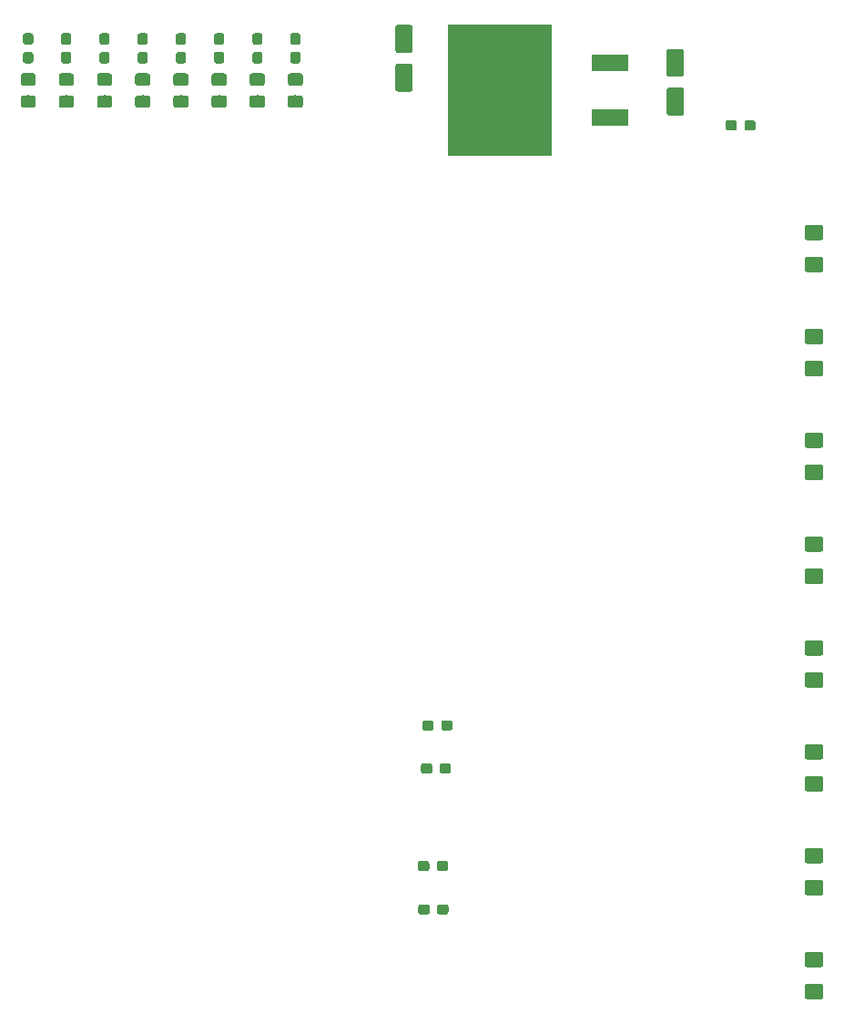
<source format=gbr>
G04 #@! TF.GenerationSoftware,KiCad,Pcbnew,(5.1.4)-1*
G04 #@! TF.CreationDate,2020-09-30T13:08:58+02:00*
G04 #@! TF.ProjectId,car_controller,6361725f-636f-46e7-9472-6f6c6c65722e,rev?*
G04 #@! TF.SameCoordinates,Original*
G04 #@! TF.FileFunction,Paste,Top*
G04 #@! TF.FilePolarity,Positive*
%FSLAX46Y46*%
G04 Gerber Fmt 4.6, Leading zero omitted, Abs format (unit mm)*
G04 Created by KiCad (PCBNEW (5.1.4)-1) date 2020-09-30 13:08:58*
%MOMM*%
%LPD*%
G04 APERTURE LIST*
%ADD10C,0.100000*%
%ADD11C,1.600000*%
%ADD12C,1.150000*%
%ADD13C,1.425000*%
%ADD14C,0.950000*%
%ADD15R,3.500000X1.600000*%
%ADD16R,9.750000X12.200000*%
G04 APERTURE END LIST*
D10*
G36*
X134049504Y-45826204D02*
G01*
X134073773Y-45829804D01*
X134097571Y-45835765D01*
X134120671Y-45844030D01*
X134142849Y-45854520D01*
X134163893Y-45867133D01*
X134183598Y-45881747D01*
X134201777Y-45898223D01*
X134218253Y-45916402D01*
X134232867Y-45936107D01*
X134245480Y-45957151D01*
X134255970Y-45979329D01*
X134264235Y-46002429D01*
X134270196Y-46026227D01*
X134273796Y-46050496D01*
X134275000Y-46075000D01*
X134275000Y-48175000D01*
X134273796Y-48199504D01*
X134270196Y-48223773D01*
X134264235Y-48247571D01*
X134255970Y-48270671D01*
X134245480Y-48292849D01*
X134232867Y-48313893D01*
X134218253Y-48333598D01*
X134201777Y-48351777D01*
X134183598Y-48368253D01*
X134163893Y-48382867D01*
X134142849Y-48395480D01*
X134120671Y-48405970D01*
X134097571Y-48414235D01*
X134073773Y-48420196D01*
X134049504Y-48423796D01*
X134025000Y-48425000D01*
X132925000Y-48425000D01*
X132900496Y-48423796D01*
X132876227Y-48420196D01*
X132852429Y-48414235D01*
X132829329Y-48405970D01*
X132807151Y-48395480D01*
X132786107Y-48382867D01*
X132766402Y-48368253D01*
X132748223Y-48351777D01*
X132731747Y-48333598D01*
X132717133Y-48313893D01*
X132704520Y-48292849D01*
X132694030Y-48270671D01*
X132685765Y-48247571D01*
X132679804Y-48223773D01*
X132676204Y-48199504D01*
X132675000Y-48175000D01*
X132675000Y-46075000D01*
X132676204Y-46050496D01*
X132679804Y-46026227D01*
X132685765Y-46002429D01*
X132694030Y-45979329D01*
X132704520Y-45957151D01*
X132717133Y-45936107D01*
X132731747Y-45916402D01*
X132748223Y-45898223D01*
X132766402Y-45881747D01*
X132786107Y-45867133D01*
X132807151Y-45854520D01*
X132829329Y-45844030D01*
X132852429Y-45835765D01*
X132876227Y-45829804D01*
X132900496Y-45826204D01*
X132925000Y-45825000D01*
X134025000Y-45825000D01*
X134049504Y-45826204D01*
X134049504Y-45826204D01*
G37*
D11*
X133475000Y-47125000D03*
D10*
G36*
X134049504Y-42226204D02*
G01*
X134073773Y-42229804D01*
X134097571Y-42235765D01*
X134120671Y-42244030D01*
X134142849Y-42254520D01*
X134163893Y-42267133D01*
X134183598Y-42281747D01*
X134201777Y-42298223D01*
X134218253Y-42316402D01*
X134232867Y-42336107D01*
X134245480Y-42357151D01*
X134255970Y-42379329D01*
X134264235Y-42402429D01*
X134270196Y-42426227D01*
X134273796Y-42450496D01*
X134275000Y-42475000D01*
X134275000Y-44575000D01*
X134273796Y-44599504D01*
X134270196Y-44623773D01*
X134264235Y-44647571D01*
X134255970Y-44670671D01*
X134245480Y-44692849D01*
X134232867Y-44713893D01*
X134218253Y-44733598D01*
X134201777Y-44751777D01*
X134183598Y-44768253D01*
X134163893Y-44782867D01*
X134142849Y-44795480D01*
X134120671Y-44805970D01*
X134097571Y-44814235D01*
X134073773Y-44820196D01*
X134049504Y-44823796D01*
X134025000Y-44825000D01*
X132925000Y-44825000D01*
X132900496Y-44823796D01*
X132876227Y-44820196D01*
X132852429Y-44814235D01*
X132829329Y-44805970D01*
X132807151Y-44795480D01*
X132786107Y-44782867D01*
X132766402Y-44768253D01*
X132748223Y-44751777D01*
X132731747Y-44733598D01*
X132717133Y-44713893D01*
X132704520Y-44692849D01*
X132694030Y-44670671D01*
X132685765Y-44647571D01*
X132679804Y-44623773D01*
X132676204Y-44599504D01*
X132675000Y-44575000D01*
X132675000Y-42475000D01*
X132676204Y-42450496D01*
X132679804Y-42426227D01*
X132685765Y-42402429D01*
X132694030Y-42379329D01*
X132704520Y-42357151D01*
X132717133Y-42336107D01*
X132731747Y-42316402D01*
X132748223Y-42298223D01*
X132766402Y-42281747D01*
X132786107Y-42267133D01*
X132807151Y-42254520D01*
X132829329Y-42244030D01*
X132852429Y-42235765D01*
X132876227Y-42229804D01*
X132900496Y-42226204D01*
X132925000Y-42225000D01*
X134025000Y-42225000D01*
X134049504Y-42226204D01*
X134049504Y-42226204D01*
G37*
D11*
X133475000Y-43525000D03*
D10*
G36*
X108824504Y-43601204D02*
G01*
X108848773Y-43604804D01*
X108872571Y-43610765D01*
X108895671Y-43619030D01*
X108917849Y-43629520D01*
X108938893Y-43642133D01*
X108958598Y-43656747D01*
X108976777Y-43673223D01*
X108993253Y-43691402D01*
X109007867Y-43711107D01*
X109020480Y-43732151D01*
X109030970Y-43754329D01*
X109039235Y-43777429D01*
X109045196Y-43801227D01*
X109048796Y-43825496D01*
X109050000Y-43850000D01*
X109050000Y-45950000D01*
X109048796Y-45974504D01*
X109045196Y-45998773D01*
X109039235Y-46022571D01*
X109030970Y-46045671D01*
X109020480Y-46067849D01*
X109007867Y-46088893D01*
X108993253Y-46108598D01*
X108976777Y-46126777D01*
X108958598Y-46143253D01*
X108938893Y-46157867D01*
X108917849Y-46170480D01*
X108895671Y-46180970D01*
X108872571Y-46189235D01*
X108848773Y-46195196D01*
X108824504Y-46198796D01*
X108800000Y-46200000D01*
X107700000Y-46200000D01*
X107675496Y-46198796D01*
X107651227Y-46195196D01*
X107627429Y-46189235D01*
X107604329Y-46180970D01*
X107582151Y-46170480D01*
X107561107Y-46157867D01*
X107541402Y-46143253D01*
X107523223Y-46126777D01*
X107506747Y-46108598D01*
X107492133Y-46088893D01*
X107479520Y-46067849D01*
X107469030Y-46045671D01*
X107460765Y-46022571D01*
X107454804Y-45998773D01*
X107451204Y-45974504D01*
X107450000Y-45950000D01*
X107450000Y-43850000D01*
X107451204Y-43825496D01*
X107454804Y-43801227D01*
X107460765Y-43777429D01*
X107469030Y-43754329D01*
X107479520Y-43732151D01*
X107492133Y-43711107D01*
X107506747Y-43691402D01*
X107523223Y-43673223D01*
X107541402Y-43656747D01*
X107561107Y-43642133D01*
X107582151Y-43629520D01*
X107604329Y-43619030D01*
X107627429Y-43610765D01*
X107651227Y-43604804D01*
X107675496Y-43601204D01*
X107700000Y-43600000D01*
X108800000Y-43600000D01*
X108824504Y-43601204D01*
X108824504Y-43601204D01*
G37*
D11*
X108250000Y-44900000D03*
D10*
G36*
X108824504Y-40001204D02*
G01*
X108848773Y-40004804D01*
X108872571Y-40010765D01*
X108895671Y-40019030D01*
X108917849Y-40029520D01*
X108938893Y-40042133D01*
X108958598Y-40056747D01*
X108976777Y-40073223D01*
X108993253Y-40091402D01*
X109007867Y-40111107D01*
X109020480Y-40132151D01*
X109030970Y-40154329D01*
X109039235Y-40177429D01*
X109045196Y-40201227D01*
X109048796Y-40225496D01*
X109050000Y-40250000D01*
X109050000Y-42350000D01*
X109048796Y-42374504D01*
X109045196Y-42398773D01*
X109039235Y-42422571D01*
X109030970Y-42445671D01*
X109020480Y-42467849D01*
X109007867Y-42488893D01*
X108993253Y-42508598D01*
X108976777Y-42526777D01*
X108958598Y-42543253D01*
X108938893Y-42557867D01*
X108917849Y-42570480D01*
X108895671Y-42580970D01*
X108872571Y-42589235D01*
X108848773Y-42595196D01*
X108824504Y-42598796D01*
X108800000Y-42600000D01*
X107700000Y-42600000D01*
X107675496Y-42598796D01*
X107651227Y-42595196D01*
X107627429Y-42589235D01*
X107604329Y-42580970D01*
X107582151Y-42570480D01*
X107561107Y-42557867D01*
X107541402Y-42543253D01*
X107523223Y-42526777D01*
X107506747Y-42508598D01*
X107492133Y-42488893D01*
X107479520Y-42467849D01*
X107469030Y-42445671D01*
X107460765Y-42422571D01*
X107454804Y-42398773D01*
X107451204Y-42374504D01*
X107450000Y-42350000D01*
X107450000Y-40250000D01*
X107451204Y-40225496D01*
X107454804Y-40201227D01*
X107460765Y-40177429D01*
X107469030Y-40154329D01*
X107479520Y-40132151D01*
X107492133Y-40111107D01*
X107506747Y-40091402D01*
X107523223Y-40073223D01*
X107541402Y-40056747D01*
X107561107Y-40042133D01*
X107582151Y-40029520D01*
X107604329Y-40019030D01*
X107627429Y-40010765D01*
X107651227Y-40004804D01*
X107675496Y-40001204D01*
X107700000Y-40000000D01*
X108800000Y-40000000D01*
X108824504Y-40001204D01*
X108824504Y-40001204D01*
G37*
D11*
X108250000Y-41300000D03*
D10*
G36*
X98624505Y-44501204D02*
G01*
X98648773Y-44504804D01*
X98672572Y-44510765D01*
X98695671Y-44519030D01*
X98717850Y-44529520D01*
X98738893Y-44542132D01*
X98758599Y-44556747D01*
X98776777Y-44573223D01*
X98793253Y-44591401D01*
X98807868Y-44611107D01*
X98820480Y-44632150D01*
X98830970Y-44654329D01*
X98839235Y-44677428D01*
X98845196Y-44701227D01*
X98848796Y-44725495D01*
X98850000Y-44749999D01*
X98850000Y-45400001D01*
X98848796Y-45424505D01*
X98845196Y-45448773D01*
X98839235Y-45472572D01*
X98830970Y-45495671D01*
X98820480Y-45517850D01*
X98807868Y-45538893D01*
X98793253Y-45558599D01*
X98776777Y-45576777D01*
X98758599Y-45593253D01*
X98738893Y-45607868D01*
X98717850Y-45620480D01*
X98695671Y-45630970D01*
X98672572Y-45639235D01*
X98648773Y-45645196D01*
X98624505Y-45648796D01*
X98600001Y-45650000D01*
X97699999Y-45650000D01*
X97675495Y-45648796D01*
X97651227Y-45645196D01*
X97627428Y-45639235D01*
X97604329Y-45630970D01*
X97582150Y-45620480D01*
X97561107Y-45607868D01*
X97541401Y-45593253D01*
X97523223Y-45576777D01*
X97506747Y-45558599D01*
X97492132Y-45538893D01*
X97479520Y-45517850D01*
X97469030Y-45495671D01*
X97460765Y-45472572D01*
X97454804Y-45448773D01*
X97451204Y-45424505D01*
X97450000Y-45400001D01*
X97450000Y-44749999D01*
X97451204Y-44725495D01*
X97454804Y-44701227D01*
X97460765Y-44677428D01*
X97469030Y-44654329D01*
X97479520Y-44632150D01*
X97492132Y-44611107D01*
X97506747Y-44591401D01*
X97523223Y-44573223D01*
X97541401Y-44556747D01*
X97561107Y-44542132D01*
X97582150Y-44529520D01*
X97604329Y-44519030D01*
X97627428Y-44510765D01*
X97651227Y-44504804D01*
X97675495Y-44501204D01*
X97699999Y-44500000D01*
X98600001Y-44500000D01*
X98624505Y-44501204D01*
X98624505Y-44501204D01*
G37*
D12*
X98150000Y-45075000D03*
D10*
G36*
X98624505Y-46551204D02*
G01*
X98648773Y-46554804D01*
X98672572Y-46560765D01*
X98695671Y-46569030D01*
X98717850Y-46579520D01*
X98738893Y-46592132D01*
X98758599Y-46606747D01*
X98776777Y-46623223D01*
X98793253Y-46641401D01*
X98807868Y-46661107D01*
X98820480Y-46682150D01*
X98830970Y-46704329D01*
X98839235Y-46727428D01*
X98845196Y-46751227D01*
X98848796Y-46775495D01*
X98850000Y-46799999D01*
X98850000Y-47450001D01*
X98848796Y-47474505D01*
X98845196Y-47498773D01*
X98839235Y-47522572D01*
X98830970Y-47545671D01*
X98820480Y-47567850D01*
X98807868Y-47588893D01*
X98793253Y-47608599D01*
X98776777Y-47626777D01*
X98758599Y-47643253D01*
X98738893Y-47657868D01*
X98717850Y-47670480D01*
X98695671Y-47680970D01*
X98672572Y-47689235D01*
X98648773Y-47695196D01*
X98624505Y-47698796D01*
X98600001Y-47700000D01*
X97699999Y-47700000D01*
X97675495Y-47698796D01*
X97651227Y-47695196D01*
X97627428Y-47689235D01*
X97604329Y-47680970D01*
X97582150Y-47670480D01*
X97561107Y-47657868D01*
X97541401Y-47643253D01*
X97523223Y-47626777D01*
X97506747Y-47608599D01*
X97492132Y-47588893D01*
X97479520Y-47567850D01*
X97469030Y-47545671D01*
X97460765Y-47522572D01*
X97454804Y-47498773D01*
X97451204Y-47474505D01*
X97450000Y-47450001D01*
X97450000Y-46799999D01*
X97451204Y-46775495D01*
X97454804Y-46751227D01*
X97460765Y-46727428D01*
X97469030Y-46704329D01*
X97479520Y-46682150D01*
X97492132Y-46661107D01*
X97506747Y-46641401D01*
X97523223Y-46623223D01*
X97541401Y-46606747D01*
X97561107Y-46592132D01*
X97582150Y-46579520D01*
X97604329Y-46569030D01*
X97627428Y-46560765D01*
X97651227Y-46554804D01*
X97675495Y-46551204D01*
X97699999Y-46550000D01*
X98600001Y-46550000D01*
X98624505Y-46551204D01*
X98624505Y-46551204D01*
G37*
D12*
X98150000Y-47125000D03*
D10*
G36*
X95074505Y-44501204D02*
G01*
X95098773Y-44504804D01*
X95122572Y-44510765D01*
X95145671Y-44519030D01*
X95167850Y-44529520D01*
X95188893Y-44542132D01*
X95208599Y-44556747D01*
X95226777Y-44573223D01*
X95243253Y-44591401D01*
X95257868Y-44611107D01*
X95270480Y-44632150D01*
X95280970Y-44654329D01*
X95289235Y-44677428D01*
X95295196Y-44701227D01*
X95298796Y-44725495D01*
X95300000Y-44749999D01*
X95300000Y-45400001D01*
X95298796Y-45424505D01*
X95295196Y-45448773D01*
X95289235Y-45472572D01*
X95280970Y-45495671D01*
X95270480Y-45517850D01*
X95257868Y-45538893D01*
X95243253Y-45558599D01*
X95226777Y-45576777D01*
X95208599Y-45593253D01*
X95188893Y-45607868D01*
X95167850Y-45620480D01*
X95145671Y-45630970D01*
X95122572Y-45639235D01*
X95098773Y-45645196D01*
X95074505Y-45648796D01*
X95050001Y-45650000D01*
X94149999Y-45650000D01*
X94125495Y-45648796D01*
X94101227Y-45645196D01*
X94077428Y-45639235D01*
X94054329Y-45630970D01*
X94032150Y-45620480D01*
X94011107Y-45607868D01*
X93991401Y-45593253D01*
X93973223Y-45576777D01*
X93956747Y-45558599D01*
X93942132Y-45538893D01*
X93929520Y-45517850D01*
X93919030Y-45495671D01*
X93910765Y-45472572D01*
X93904804Y-45448773D01*
X93901204Y-45424505D01*
X93900000Y-45400001D01*
X93900000Y-44749999D01*
X93901204Y-44725495D01*
X93904804Y-44701227D01*
X93910765Y-44677428D01*
X93919030Y-44654329D01*
X93929520Y-44632150D01*
X93942132Y-44611107D01*
X93956747Y-44591401D01*
X93973223Y-44573223D01*
X93991401Y-44556747D01*
X94011107Y-44542132D01*
X94032150Y-44529520D01*
X94054329Y-44519030D01*
X94077428Y-44510765D01*
X94101227Y-44504804D01*
X94125495Y-44501204D01*
X94149999Y-44500000D01*
X95050001Y-44500000D01*
X95074505Y-44501204D01*
X95074505Y-44501204D01*
G37*
D12*
X94600000Y-45075000D03*
D10*
G36*
X95074505Y-46551204D02*
G01*
X95098773Y-46554804D01*
X95122572Y-46560765D01*
X95145671Y-46569030D01*
X95167850Y-46579520D01*
X95188893Y-46592132D01*
X95208599Y-46606747D01*
X95226777Y-46623223D01*
X95243253Y-46641401D01*
X95257868Y-46661107D01*
X95270480Y-46682150D01*
X95280970Y-46704329D01*
X95289235Y-46727428D01*
X95295196Y-46751227D01*
X95298796Y-46775495D01*
X95300000Y-46799999D01*
X95300000Y-47450001D01*
X95298796Y-47474505D01*
X95295196Y-47498773D01*
X95289235Y-47522572D01*
X95280970Y-47545671D01*
X95270480Y-47567850D01*
X95257868Y-47588893D01*
X95243253Y-47608599D01*
X95226777Y-47626777D01*
X95208599Y-47643253D01*
X95188893Y-47657868D01*
X95167850Y-47670480D01*
X95145671Y-47680970D01*
X95122572Y-47689235D01*
X95098773Y-47695196D01*
X95074505Y-47698796D01*
X95050001Y-47700000D01*
X94149999Y-47700000D01*
X94125495Y-47698796D01*
X94101227Y-47695196D01*
X94077428Y-47689235D01*
X94054329Y-47680970D01*
X94032150Y-47670480D01*
X94011107Y-47657868D01*
X93991401Y-47643253D01*
X93973223Y-47626777D01*
X93956747Y-47608599D01*
X93942132Y-47588893D01*
X93929520Y-47567850D01*
X93919030Y-47545671D01*
X93910765Y-47522572D01*
X93904804Y-47498773D01*
X93901204Y-47474505D01*
X93900000Y-47450001D01*
X93900000Y-46799999D01*
X93901204Y-46775495D01*
X93904804Y-46751227D01*
X93910765Y-46727428D01*
X93919030Y-46704329D01*
X93929520Y-46682150D01*
X93942132Y-46661107D01*
X93956747Y-46641401D01*
X93973223Y-46623223D01*
X93991401Y-46606747D01*
X94011107Y-46592132D01*
X94032150Y-46579520D01*
X94054329Y-46569030D01*
X94077428Y-46560765D01*
X94101227Y-46554804D01*
X94125495Y-46551204D01*
X94149999Y-46550000D01*
X95050001Y-46550000D01*
X95074505Y-46551204D01*
X95074505Y-46551204D01*
G37*
D12*
X94600000Y-47125000D03*
D10*
G36*
X91524505Y-46551204D02*
G01*
X91548773Y-46554804D01*
X91572572Y-46560765D01*
X91595671Y-46569030D01*
X91617850Y-46579520D01*
X91638893Y-46592132D01*
X91658599Y-46606747D01*
X91676777Y-46623223D01*
X91693253Y-46641401D01*
X91707868Y-46661107D01*
X91720480Y-46682150D01*
X91730970Y-46704329D01*
X91739235Y-46727428D01*
X91745196Y-46751227D01*
X91748796Y-46775495D01*
X91750000Y-46799999D01*
X91750000Y-47450001D01*
X91748796Y-47474505D01*
X91745196Y-47498773D01*
X91739235Y-47522572D01*
X91730970Y-47545671D01*
X91720480Y-47567850D01*
X91707868Y-47588893D01*
X91693253Y-47608599D01*
X91676777Y-47626777D01*
X91658599Y-47643253D01*
X91638893Y-47657868D01*
X91617850Y-47670480D01*
X91595671Y-47680970D01*
X91572572Y-47689235D01*
X91548773Y-47695196D01*
X91524505Y-47698796D01*
X91500001Y-47700000D01*
X90599999Y-47700000D01*
X90575495Y-47698796D01*
X90551227Y-47695196D01*
X90527428Y-47689235D01*
X90504329Y-47680970D01*
X90482150Y-47670480D01*
X90461107Y-47657868D01*
X90441401Y-47643253D01*
X90423223Y-47626777D01*
X90406747Y-47608599D01*
X90392132Y-47588893D01*
X90379520Y-47567850D01*
X90369030Y-47545671D01*
X90360765Y-47522572D01*
X90354804Y-47498773D01*
X90351204Y-47474505D01*
X90350000Y-47450001D01*
X90350000Y-46799999D01*
X90351204Y-46775495D01*
X90354804Y-46751227D01*
X90360765Y-46727428D01*
X90369030Y-46704329D01*
X90379520Y-46682150D01*
X90392132Y-46661107D01*
X90406747Y-46641401D01*
X90423223Y-46623223D01*
X90441401Y-46606747D01*
X90461107Y-46592132D01*
X90482150Y-46579520D01*
X90504329Y-46569030D01*
X90527428Y-46560765D01*
X90551227Y-46554804D01*
X90575495Y-46551204D01*
X90599999Y-46550000D01*
X91500001Y-46550000D01*
X91524505Y-46551204D01*
X91524505Y-46551204D01*
G37*
D12*
X91050000Y-47125000D03*
D10*
G36*
X91524505Y-44501204D02*
G01*
X91548773Y-44504804D01*
X91572572Y-44510765D01*
X91595671Y-44519030D01*
X91617850Y-44529520D01*
X91638893Y-44542132D01*
X91658599Y-44556747D01*
X91676777Y-44573223D01*
X91693253Y-44591401D01*
X91707868Y-44611107D01*
X91720480Y-44632150D01*
X91730970Y-44654329D01*
X91739235Y-44677428D01*
X91745196Y-44701227D01*
X91748796Y-44725495D01*
X91750000Y-44749999D01*
X91750000Y-45400001D01*
X91748796Y-45424505D01*
X91745196Y-45448773D01*
X91739235Y-45472572D01*
X91730970Y-45495671D01*
X91720480Y-45517850D01*
X91707868Y-45538893D01*
X91693253Y-45558599D01*
X91676777Y-45576777D01*
X91658599Y-45593253D01*
X91638893Y-45607868D01*
X91617850Y-45620480D01*
X91595671Y-45630970D01*
X91572572Y-45639235D01*
X91548773Y-45645196D01*
X91524505Y-45648796D01*
X91500001Y-45650000D01*
X90599999Y-45650000D01*
X90575495Y-45648796D01*
X90551227Y-45645196D01*
X90527428Y-45639235D01*
X90504329Y-45630970D01*
X90482150Y-45620480D01*
X90461107Y-45607868D01*
X90441401Y-45593253D01*
X90423223Y-45576777D01*
X90406747Y-45558599D01*
X90392132Y-45538893D01*
X90379520Y-45517850D01*
X90369030Y-45495671D01*
X90360765Y-45472572D01*
X90354804Y-45448773D01*
X90351204Y-45424505D01*
X90350000Y-45400001D01*
X90350000Y-44749999D01*
X90351204Y-44725495D01*
X90354804Y-44701227D01*
X90360765Y-44677428D01*
X90369030Y-44654329D01*
X90379520Y-44632150D01*
X90392132Y-44611107D01*
X90406747Y-44591401D01*
X90423223Y-44573223D01*
X90441401Y-44556747D01*
X90461107Y-44542132D01*
X90482150Y-44529520D01*
X90504329Y-44519030D01*
X90527428Y-44510765D01*
X90551227Y-44504804D01*
X90575495Y-44501204D01*
X90599999Y-44500000D01*
X91500001Y-44500000D01*
X91524505Y-44501204D01*
X91524505Y-44501204D01*
G37*
D12*
X91050000Y-45075000D03*
D10*
G36*
X147024504Y-58578704D02*
G01*
X147048773Y-58582304D01*
X147072571Y-58588265D01*
X147095671Y-58596530D01*
X147117849Y-58607020D01*
X147138893Y-58619633D01*
X147158598Y-58634247D01*
X147176777Y-58650723D01*
X147193253Y-58668902D01*
X147207867Y-58688607D01*
X147220480Y-58709651D01*
X147230970Y-58731829D01*
X147239235Y-58754929D01*
X147245196Y-58778727D01*
X147248796Y-58802996D01*
X147250000Y-58827500D01*
X147250000Y-59752500D01*
X147248796Y-59777004D01*
X147245196Y-59801273D01*
X147239235Y-59825071D01*
X147230970Y-59848171D01*
X147220480Y-59870349D01*
X147207867Y-59891393D01*
X147193253Y-59911098D01*
X147176777Y-59929277D01*
X147158598Y-59945753D01*
X147138893Y-59960367D01*
X147117849Y-59972980D01*
X147095671Y-59983470D01*
X147072571Y-59991735D01*
X147048773Y-59997696D01*
X147024504Y-60001296D01*
X147000000Y-60002500D01*
X145750000Y-60002500D01*
X145725496Y-60001296D01*
X145701227Y-59997696D01*
X145677429Y-59991735D01*
X145654329Y-59983470D01*
X145632151Y-59972980D01*
X145611107Y-59960367D01*
X145591402Y-59945753D01*
X145573223Y-59929277D01*
X145556747Y-59911098D01*
X145542133Y-59891393D01*
X145529520Y-59870349D01*
X145519030Y-59848171D01*
X145510765Y-59825071D01*
X145504804Y-59801273D01*
X145501204Y-59777004D01*
X145500000Y-59752500D01*
X145500000Y-58827500D01*
X145501204Y-58802996D01*
X145504804Y-58778727D01*
X145510765Y-58754929D01*
X145519030Y-58731829D01*
X145529520Y-58709651D01*
X145542133Y-58688607D01*
X145556747Y-58668902D01*
X145573223Y-58650723D01*
X145591402Y-58634247D01*
X145611107Y-58619633D01*
X145632151Y-58607020D01*
X145654329Y-58596530D01*
X145677429Y-58588265D01*
X145701227Y-58582304D01*
X145725496Y-58578704D01*
X145750000Y-58577500D01*
X147000000Y-58577500D01*
X147024504Y-58578704D01*
X147024504Y-58578704D01*
G37*
D13*
X146375000Y-59290000D03*
D10*
G36*
X147024504Y-61553704D02*
G01*
X147048773Y-61557304D01*
X147072571Y-61563265D01*
X147095671Y-61571530D01*
X147117849Y-61582020D01*
X147138893Y-61594633D01*
X147158598Y-61609247D01*
X147176777Y-61625723D01*
X147193253Y-61643902D01*
X147207867Y-61663607D01*
X147220480Y-61684651D01*
X147230970Y-61706829D01*
X147239235Y-61729929D01*
X147245196Y-61753727D01*
X147248796Y-61777996D01*
X147250000Y-61802500D01*
X147250000Y-62727500D01*
X147248796Y-62752004D01*
X147245196Y-62776273D01*
X147239235Y-62800071D01*
X147230970Y-62823171D01*
X147220480Y-62845349D01*
X147207867Y-62866393D01*
X147193253Y-62886098D01*
X147176777Y-62904277D01*
X147158598Y-62920753D01*
X147138893Y-62935367D01*
X147117849Y-62947980D01*
X147095671Y-62958470D01*
X147072571Y-62966735D01*
X147048773Y-62972696D01*
X147024504Y-62976296D01*
X147000000Y-62977500D01*
X145750000Y-62977500D01*
X145725496Y-62976296D01*
X145701227Y-62972696D01*
X145677429Y-62966735D01*
X145654329Y-62958470D01*
X145632151Y-62947980D01*
X145611107Y-62935367D01*
X145591402Y-62920753D01*
X145573223Y-62904277D01*
X145556747Y-62886098D01*
X145542133Y-62866393D01*
X145529520Y-62845349D01*
X145519030Y-62823171D01*
X145510765Y-62800071D01*
X145504804Y-62776273D01*
X145501204Y-62752004D01*
X145500000Y-62727500D01*
X145500000Y-61802500D01*
X145501204Y-61777996D01*
X145504804Y-61753727D01*
X145510765Y-61729929D01*
X145519030Y-61706829D01*
X145529520Y-61684651D01*
X145542133Y-61663607D01*
X145556747Y-61643902D01*
X145573223Y-61625723D01*
X145591402Y-61609247D01*
X145611107Y-61594633D01*
X145632151Y-61582020D01*
X145654329Y-61571530D01*
X145677429Y-61563265D01*
X145701227Y-61557304D01*
X145725496Y-61553704D01*
X145750000Y-61552500D01*
X147000000Y-61552500D01*
X147024504Y-61553704D01*
X147024504Y-61553704D01*
G37*
D13*
X146375000Y-62265000D03*
D10*
G36*
X147024504Y-71213704D02*
G01*
X147048773Y-71217304D01*
X147072571Y-71223265D01*
X147095671Y-71231530D01*
X147117849Y-71242020D01*
X147138893Y-71254633D01*
X147158598Y-71269247D01*
X147176777Y-71285723D01*
X147193253Y-71303902D01*
X147207867Y-71323607D01*
X147220480Y-71344651D01*
X147230970Y-71366829D01*
X147239235Y-71389929D01*
X147245196Y-71413727D01*
X147248796Y-71437996D01*
X147250000Y-71462500D01*
X147250000Y-72387500D01*
X147248796Y-72412004D01*
X147245196Y-72436273D01*
X147239235Y-72460071D01*
X147230970Y-72483171D01*
X147220480Y-72505349D01*
X147207867Y-72526393D01*
X147193253Y-72546098D01*
X147176777Y-72564277D01*
X147158598Y-72580753D01*
X147138893Y-72595367D01*
X147117849Y-72607980D01*
X147095671Y-72618470D01*
X147072571Y-72626735D01*
X147048773Y-72632696D01*
X147024504Y-72636296D01*
X147000000Y-72637500D01*
X145750000Y-72637500D01*
X145725496Y-72636296D01*
X145701227Y-72632696D01*
X145677429Y-72626735D01*
X145654329Y-72618470D01*
X145632151Y-72607980D01*
X145611107Y-72595367D01*
X145591402Y-72580753D01*
X145573223Y-72564277D01*
X145556747Y-72546098D01*
X145542133Y-72526393D01*
X145529520Y-72505349D01*
X145519030Y-72483171D01*
X145510765Y-72460071D01*
X145504804Y-72436273D01*
X145501204Y-72412004D01*
X145500000Y-72387500D01*
X145500000Y-71462500D01*
X145501204Y-71437996D01*
X145504804Y-71413727D01*
X145510765Y-71389929D01*
X145519030Y-71366829D01*
X145529520Y-71344651D01*
X145542133Y-71323607D01*
X145556747Y-71303902D01*
X145573223Y-71285723D01*
X145591402Y-71269247D01*
X145611107Y-71254633D01*
X145632151Y-71242020D01*
X145654329Y-71231530D01*
X145677429Y-71223265D01*
X145701227Y-71217304D01*
X145725496Y-71213704D01*
X145750000Y-71212500D01*
X147000000Y-71212500D01*
X147024504Y-71213704D01*
X147024504Y-71213704D01*
G37*
D13*
X146375000Y-71925000D03*
D10*
G36*
X147024504Y-68238704D02*
G01*
X147048773Y-68242304D01*
X147072571Y-68248265D01*
X147095671Y-68256530D01*
X147117849Y-68267020D01*
X147138893Y-68279633D01*
X147158598Y-68294247D01*
X147176777Y-68310723D01*
X147193253Y-68328902D01*
X147207867Y-68348607D01*
X147220480Y-68369651D01*
X147230970Y-68391829D01*
X147239235Y-68414929D01*
X147245196Y-68438727D01*
X147248796Y-68462996D01*
X147250000Y-68487500D01*
X147250000Y-69412500D01*
X147248796Y-69437004D01*
X147245196Y-69461273D01*
X147239235Y-69485071D01*
X147230970Y-69508171D01*
X147220480Y-69530349D01*
X147207867Y-69551393D01*
X147193253Y-69571098D01*
X147176777Y-69589277D01*
X147158598Y-69605753D01*
X147138893Y-69620367D01*
X147117849Y-69632980D01*
X147095671Y-69643470D01*
X147072571Y-69651735D01*
X147048773Y-69657696D01*
X147024504Y-69661296D01*
X147000000Y-69662500D01*
X145750000Y-69662500D01*
X145725496Y-69661296D01*
X145701227Y-69657696D01*
X145677429Y-69651735D01*
X145654329Y-69643470D01*
X145632151Y-69632980D01*
X145611107Y-69620367D01*
X145591402Y-69605753D01*
X145573223Y-69589277D01*
X145556747Y-69571098D01*
X145542133Y-69551393D01*
X145529520Y-69530349D01*
X145519030Y-69508171D01*
X145510765Y-69485071D01*
X145504804Y-69461273D01*
X145501204Y-69437004D01*
X145500000Y-69412500D01*
X145500000Y-68487500D01*
X145501204Y-68462996D01*
X145504804Y-68438727D01*
X145510765Y-68414929D01*
X145519030Y-68391829D01*
X145529520Y-68369651D01*
X145542133Y-68348607D01*
X145556747Y-68328902D01*
X145573223Y-68310723D01*
X145591402Y-68294247D01*
X145611107Y-68279633D01*
X145632151Y-68267020D01*
X145654329Y-68256530D01*
X145677429Y-68248265D01*
X145701227Y-68242304D01*
X145725496Y-68238704D01*
X145750000Y-68237500D01*
X147000000Y-68237500D01*
X147024504Y-68238704D01*
X147024504Y-68238704D01*
G37*
D13*
X146375000Y-68950000D03*
D10*
G36*
X147024504Y-80863704D02*
G01*
X147048773Y-80867304D01*
X147072571Y-80873265D01*
X147095671Y-80881530D01*
X147117849Y-80892020D01*
X147138893Y-80904633D01*
X147158598Y-80919247D01*
X147176777Y-80935723D01*
X147193253Y-80953902D01*
X147207867Y-80973607D01*
X147220480Y-80994651D01*
X147230970Y-81016829D01*
X147239235Y-81039929D01*
X147245196Y-81063727D01*
X147248796Y-81087996D01*
X147250000Y-81112500D01*
X147250000Y-82037500D01*
X147248796Y-82062004D01*
X147245196Y-82086273D01*
X147239235Y-82110071D01*
X147230970Y-82133171D01*
X147220480Y-82155349D01*
X147207867Y-82176393D01*
X147193253Y-82196098D01*
X147176777Y-82214277D01*
X147158598Y-82230753D01*
X147138893Y-82245367D01*
X147117849Y-82257980D01*
X147095671Y-82268470D01*
X147072571Y-82276735D01*
X147048773Y-82282696D01*
X147024504Y-82286296D01*
X147000000Y-82287500D01*
X145750000Y-82287500D01*
X145725496Y-82286296D01*
X145701227Y-82282696D01*
X145677429Y-82276735D01*
X145654329Y-82268470D01*
X145632151Y-82257980D01*
X145611107Y-82245367D01*
X145591402Y-82230753D01*
X145573223Y-82214277D01*
X145556747Y-82196098D01*
X145542133Y-82176393D01*
X145529520Y-82155349D01*
X145519030Y-82133171D01*
X145510765Y-82110071D01*
X145504804Y-82086273D01*
X145501204Y-82062004D01*
X145500000Y-82037500D01*
X145500000Y-81112500D01*
X145501204Y-81087996D01*
X145504804Y-81063727D01*
X145510765Y-81039929D01*
X145519030Y-81016829D01*
X145529520Y-80994651D01*
X145542133Y-80973607D01*
X145556747Y-80953902D01*
X145573223Y-80935723D01*
X145591402Y-80919247D01*
X145611107Y-80904633D01*
X145632151Y-80892020D01*
X145654329Y-80881530D01*
X145677429Y-80873265D01*
X145701227Y-80867304D01*
X145725496Y-80863704D01*
X145750000Y-80862500D01*
X147000000Y-80862500D01*
X147024504Y-80863704D01*
X147024504Y-80863704D01*
G37*
D13*
X146375000Y-81575000D03*
D10*
G36*
X147024504Y-77888704D02*
G01*
X147048773Y-77892304D01*
X147072571Y-77898265D01*
X147095671Y-77906530D01*
X147117849Y-77917020D01*
X147138893Y-77929633D01*
X147158598Y-77944247D01*
X147176777Y-77960723D01*
X147193253Y-77978902D01*
X147207867Y-77998607D01*
X147220480Y-78019651D01*
X147230970Y-78041829D01*
X147239235Y-78064929D01*
X147245196Y-78088727D01*
X147248796Y-78112996D01*
X147250000Y-78137500D01*
X147250000Y-79062500D01*
X147248796Y-79087004D01*
X147245196Y-79111273D01*
X147239235Y-79135071D01*
X147230970Y-79158171D01*
X147220480Y-79180349D01*
X147207867Y-79201393D01*
X147193253Y-79221098D01*
X147176777Y-79239277D01*
X147158598Y-79255753D01*
X147138893Y-79270367D01*
X147117849Y-79282980D01*
X147095671Y-79293470D01*
X147072571Y-79301735D01*
X147048773Y-79307696D01*
X147024504Y-79311296D01*
X147000000Y-79312500D01*
X145750000Y-79312500D01*
X145725496Y-79311296D01*
X145701227Y-79307696D01*
X145677429Y-79301735D01*
X145654329Y-79293470D01*
X145632151Y-79282980D01*
X145611107Y-79270367D01*
X145591402Y-79255753D01*
X145573223Y-79239277D01*
X145556747Y-79221098D01*
X145542133Y-79201393D01*
X145529520Y-79180349D01*
X145519030Y-79158171D01*
X145510765Y-79135071D01*
X145504804Y-79111273D01*
X145501204Y-79087004D01*
X145500000Y-79062500D01*
X145500000Y-78137500D01*
X145501204Y-78112996D01*
X145504804Y-78088727D01*
X145510765Y-78064929D01*
X145519030Y-78041829D01*
X145529520Y-78019651D01*
X145542133Y-77998607D01*
X145556747Y-77978902D01*
X145573223Y-77960723D01*
X145591402Y-77944247D01*
X145611107Y-77929633D01*
X145632151Y-77917020D01*
X145654329Y-77906530D01*
X145677429Y-77898265D01*
X145701227Y-77892304D01*
X145725496Y-77888704D01*
X145750000Y-77887500D01*
X147000000Y-77887500D01*
X147024504Y-77888704D01*
X147024504Y-77888704D01*
G37*
D13*
X146375000Y-78600000D03*
D10*
G36*
X87974505Y-46551204D02*
G01*
X87998773Y-46554804D01*
X88022572Y-46560765D01*
X88045671Y-46569030D01*
X88067850Y-46579520D01*
X88088893Y-46592132D01*
X88108599Y-46606747D01*
X88126777Y-46623223D01*
X88143253Y-46641401D01*
X88157868Y-46661107D01*
X88170480Y-46682150D01*
X88180970Y-46704329D01*
X88189235Y-46727428D01*
X88195196Y-46751227D01*
X88198796Y-46775495D01*
X88200000Y-46799999D01*
X88200000Y-47450001D01*
X88198796Y-47474505D01*
X88195196Y-47498773D01*
X88189235Y-47522572D01*
X88180970Y-47545671D01*
X88170480Y-47567850D01*
X88157868Y-47588893D01*
X88143253Y-47608599D01*
X88126777Y-47626777D01*
X88108599Y-47643253D01*
X88088893Y-47657868D01*
X88067850Y-47670480D01*
X88045671Y-47680970D01*
X88022572Y-47689235D01*
X87998773Y-47695196D01*
X87974505Y-47698796D01*
X87950001Y-47700000D01*
X87049999Y-47700000D01*
X87025495Y-47698796D01*
X87001227Y-47695196D01*
X86977428Y-47689235D01*
X86954329Y-47680970D01*
X86932150Y-47670480D01*
X86911107Y-47657868D01*
X86891401Y-47643253D01*
X86873223Y-47626777D01*
X86856747Y-47608599D01*
X86842132Y-47588893D01*
X86829520Y-47567850D01*
X86819030Y-47545671D01*
X86810765Y-47522572D01*
X86804804Y-47498773D01*
X86801204Y-47474505D01*
X86800000Y-47450001D01*
X86800000Y-46799999D01*
X86801204Y-46775495D01*
X86804804Y-46751227D01*
X86810765Y-46727428D01*
X86819030Y-46704329D01*
X86829520Y-46682150D01*
X86842132Y-46661107D01*
X86856747Y-46641401D01*
X86873223Y-46623223D01*
X86891401Y-46606747D01*
X86911107Y-46592132D01*
X86932150Y-46579520D01*
X86954329Y-46569030D01*
X86977428Y-46560765D01*
X87001227Y-46554804D01*
X87025495Y-46551204D01*
X87049999Y-46550000D01*
X87950001Y-46550000D01*
X87974505Y-46551204D01*
X87974505Y-46551204D01*
G37*
D12*
X87500000Y-47125000D03*
D10*
G36*
X87974505Y-44501204D02*
G01*
X87998773Y-44504804D01*
X88022572Y-44510765D01*
X88045671Y-44519030D01*
X88067850Y-44529520D01*
X88088893Y-44542132D01*
X88108599Y-44556747D01*
X88126777Y-44573223D01*
X88143253Y-44591401D01*
X88157868Y-44611107D01*
X88170480Y-44632150D01*
X88180970Y-44654329D01*
X88189235Y-44677428D01*
X88195196Y-44701227D01*
X88198796Y-44725495D01*
X88200000Y-44749999D01*
X88200000Y-45400001D01*
X88198796Y-45424505D01*
X88195196Y-45448773D01*
X88189235Y-45472572D01*
X88180970Y-45495671D01*
X88170480Y-45517850D01*
X88157868Y-45538893D01*
X88143253Y-45558599D01*
X88126777Y-45576777D01*
X88108599Y-45593253D01*
X88088893Y-45607868D01*
X88067850Y-45620480D01*
X88045671Y-45630970D01*
X88022572Y-45639235D01*
X87998773Y-45645196D01*
X87974505Y-45648796D01*
X87950001Y-45650000D01*
X87049999Y-45650000D01*
X87025495Y-45648796D01*
X87001227Y-45645196D01*
X86977428Y-45639235D01*
X86954329Y-45630970D01*
X86932150Y-45620480D01*
X86911107Y-45607868D01*
X86891401Y-45593253D01*
X86873223Y-45576777D01*
X86856747Y-45558599D01*
X86842132Y-45538893D01*
X86829520Y-45517850D01*
X86819030Y-45495671D01*
X86810765Y-45472572D01*
X86804804Y-45448773D01*
X86801204Y-45424505D01*
X86800000Y-45400001D01*
X86800000Y-44749999D01*
X86801204Y-44725495D01*
X86804804Y-44701227D01*
X86810765Y-44677428D01*
X86819030Y-44654329D01*
X86829520Y-44632150D01*
X86842132Y-44611107D01*
X86856747Y-44591401D01*
X86873223Y-44573223D01*
X86891401Y-44556747D01*
X86911107Y-44542132D01*
X86932150Y-44529520D01*
X86954329Y-44519030D01*
X86977428Y-44510765D01*
X87001227Y-44504804D01*
X87025495Y-44501204D01*
X87049999Y-44500000D01*
X87950001Y-44500000D01*
X87974505Y-44501204D01*
X87974505Y-44501204D01*
G37*
D12*
X87500000Y-45075000D03*
D10*
G36*
X84424505Y-46551204D02*
G01*
X84448773Y-46554804D01*
X84472572Y-46560765D01*
X84495671Y-46569030D01*
X84517850Y-46579520D01*
X84538893Y-46592132D01*
X84558599Y-46606747D01*
X84576777Y-46623223D01*
X84593253Y-46641401D01*
X84607868Y-46661107D01*
X84620480Y-46682150D01*
X84630970Y-46704329D01*
X84639235Y-46727428D01*
X84645196Y-46751227D01*
X84648796Y-46775495D01*
X84650000Y-46799999D01*
X84650000Y-47450001D01*
X84648796Y-47474505D01*
X84645196Y-47498773D01*
X84639235Y-47522572D01*
X84630970Y-47545671D01*
X84620480Y-47567850D01*
X84607868Y-47588893D01*
X84593253Y-47608599D01*
X84576777Y-47626777D01*
X84558599Y-47643253D01*
X84538893Y-47657868D01*
X84517850Y-47670480D01*
X84495671Y-47680970D01*
X84472572Y-47689235D01*
X84448773Y-47695196D01*
X84424505Y-47698796D01*
X84400001Y-47700000D01*
X83499999Y-47700000D01*
X83475495Y-47698796D01*
X83451227Y-47695196D01*
X83427428Y-47689235D01*
X83404329Y-47680970D01*
X83382150Y-47670480D01*
X83361107Y-47657868D01*
X83341401Y-47643253D01*
X83323223Y-47626777D01*
X83306747Y-47608599D01*
X83292132Y-47588893D01*
X83279520Y-47567850D01*
X83269030Y-47545671D01*
X83260765Y-47522572D01*
X83254804Y-47498773D01*
X83251204Y-47474505D01*
X83250000Y-47450001D01*
X83250000Y-46799999D01*
X83251204Y-46775495D01*
X83254804Y-46751227D01*
X83260765Y-46727428D01*
X83269030Y-46704329D01*
X83279520Y-46682150D01*
X83292132Y-46661107D01*
X83306747Y-46641401D01*
X83323223Y-46623223D01*
X83341401Y-46606747D01*
X83361107Y-46592132D01*
X83382150Y-46579520D01*
X83404329Y-46569030D01*
X83427428Y-46560765D01*
X83451227Y-46554804D01*
X83475495Y-46551204D01*
X83499999Y-46550000D01*
X84400001Y-46550000D01*
X84424505Y-46551204D01*
X84424505Y-46551204D01*
G37*
D12*
X83950000Y-47125000D03*
D10*
G36*
X84424505Y-44501204D02*
G01*
X84448773Y-44504804D01*
X84472572Y-44510765D01*
X84495671Y-44519030D01*
X84517850Y-44529520D01*
X84538893Y-44542132D01*
X84558599Y-44556747D01*
X84576777Y-44573223D01*
X84593253Y-44591401D01*
X84607868Y-44611107D01*
X84620480Y-44632150D01*
X84630970Y-44654329D01*
X84639235Y-44677428D01*
X84645196Y-44701227D01*
X84648796Y-44725495D01*
X84650000Y-44749999D01*
X84650000Y-45400001D01*
X84648796Y-45424505D01*
X84645196Y-45448773D01*
X84639235Y-45472572D01*
X84630970Y-45495671D01*
X84620480Y-45517850D01*
X84607868Y-45538893D01*
X84593253Y-45558599D01*
X84576777Y-45576777D01*
X84558599Y-45593253D01*
X84538893Y-45607868D01*
X84517850Y-45620480D01*
X84495671Y-45630970D01*
X84472572Y-45639235D01*
X84448773Y-45645196D01*
X84424505Y-45648796D01*
X84400001Y-45650000D01*
X83499999Y-45650000D01*
X83475495Y-45648796D01*
X83451227Y-45645196D01*
X83427428Y-45639235D01*
X83404329Y-45630970D01*
X83382150Y-45620480D01*
X83361107Y-45607868D01*
X83341401Y-45593253D01*
X83323223Y-45576777D01*
X83306747Y-45558599D01*
X83292132Y-45538893D01*
X83279520Y-45517850D01*
X83269030Y-45495671D01*
X83260765Y-45472572D01*
X83254804Y-45448773D01*
X83251204Y-45424505D01*
X83250000Y-45400001D01*
X83250000Y-44749999D01*
X83251204Y-44725495D01*
X83254804Y-44701227D01*
X83260765Y-44677428D01*
X83269030Y-44654329D01*
X83279520Y-44632150D01*
X83292132Y-44611107D01*
X83306747Y-44591401D01*
X83323223Y-44573223D01*
X83341401Y-44556747D01*
X83361107Y-44542132D01*
X83382150Y-44529520D01*
X83404329Y-44519030D01*
X83427428Y-44510765D01*
X83451227Y-44504804D01*
X83475495Y-44501204D01*
X83499999Y-44500000D01*
X84400001Y-44500000D01*
X84424505Y-44501204D01*
X84424505Y-44501204D01*
G37*
D12*
X83950000Y-45075000D03*
D10*
G36*
X80874505Y-46551204D02*
G01*
X80898773Y-46554804D01*
X80922572Y-46560765D01*
X80945671Y-46569030D01*
X80967850Y-46579520D01*
X80988893Y-46592132D01*
X81008599Y-46606747D01*
X81026777Y-46623223D01*
X81043253Y-46641401D01*
X81057868Y-46661107D01*
X81070480Y-46682150D01*
X81080970Y-46704329D01*
X81089235Y-46727428D01*
X81095196Y-46751227D01*
X81098796Y-46775495D01*
X81100000Y-46799999D01*
X81100000Y-47450001D01*
X81098796Y-47474505D01*
X81095196Y-47498773D01*
X81089235Y-47522572D01*
X81080970Y-47545671D01*
X81070480Y-47567850D01*
X81057868Y-47588893D01*
X81043253Y-47608599D01*
X81026777Y-47626777D01*
X81008599Y-47643253D01*
X80988893Y-47657868D01*
X80967850Y-47670480D01*
X80945671Y-47680970D01*
X80922572Y-47689235D01*
X80898773Y-47695196D01*
X80874505Y-47698796D01*
X80850001Y-47700000D01*
X79949999Y-47700000D01*
X79925495Y-47698796D01*
X79901227Y-47695196D01*
X79877428Y-47689235D01*
X79854329Y-47680970D01*
X79832150Y-47670480D01*
X79811107Y-47657868D01*
X79791401Y-47643253D01*
X79773223Y-47626777D01*
X79756747Y-47608599D01*
X79742132Y-47588893D01*
X79729520Y-47567850D01*
X79719030Y-47545671D01*
X79710765Y-47522572D01*
X79704804Y-47498773D01*
X79701204Y-47474505D01*
X79700000Y-47450001D01*
X79700000Y-46799999D01*
X79701204Y-46775495D01*
X79704804Y-46751227D01*
X79710765Y-46727428D01*
X79719030Y-46704329D01*
X79729520Y-46682150D01*
X79742132Y-46661107D01*
X79756747Y-46641401D01*
X79773223Y-46623223D01*
X79791401Y-46606747D01*
X79811107Y-46592132D01*
X79832150Y-46579520D01*
X79854329Y-46569030D01*
X79877428Y-46560765D01*
X79901227Y-46554804D01*
X79925495Y-46551204D01*
X79949999Y-46550000D01*
X80850001Y-46550000D01*
X80874505Y-46551204D01*
X80874505Y-46551204D01*
G37*
D12*
X80400000Y-47125000D03*
D10*
G36*
X80874505Y-44501204D02*
G01*
X80898773Y-44504804D01*
X80922572Y-44510765D01*
X80945671Y-44519030D01*
X80967850Y-44529520D01*
X80988893Y-44542132D01*
X81008599Y-44556747D01*
X81026777Y-44573223D01*
X81043253Y-44591401D01*
X81057868Y-44611107D01*
X81070480Y-44632150D01*
X81080970Y-44654329D01*
X81089235Y-44677428D01*
X81095196Y-44701227D01*
X81098796Y-44725495D01*
X81100000Y-44749999D01*
X81100000Y-45400001D01*
X81098796Y-45424505D01*
X81095196Y-45448773D01*
X81089235Y-45472572D01*
X81080970Y-45495671D01*
X81070480Y-45517850D01*
X81057868Y-45538893D01*
X81043253Y-45558599D01*
X81026777Y-45576777D01*
X81008599Y-45593253D01*
X80988893Y-45607868D01*
X80967850Y-45620480D01*
X80945671Y-45630970D01*
X80922572Y-45639235D01*
X80898773Y-45645196D01*
X80874505Y-45648796D01*
X80850001Y-45650000D01*
X79949999Y-45650000D01*
X79925495Y-45648796D01*
X79901227Y-45645196D01*
X79877428Y-45639235D01*
X79854329Y-45630970D01*
X79832150Y-45620480D01*
X79811107Y-45607868D01*
X79791401Y-45593253D01*
X79773223Y-45576777D01*
X79756747Y-45558599D01*
X79742132Y-45538893D01*
X79729520Y-45517850D01*
X79719030Y-45495671D01*
X79710765Y-45472572D01*
X79704804Y-45448773D01*
X79701204Y-45424505D01*
X79700000Y-45400001D01*
X79700000Y-44749999D01*
X79701204Y-44725495D01*
X79704804Y-44701227D01*
X79710765Y-44677428D01*
X79719030Y-44654329D01*
X79729520Y-44632150D01*
X79742132Y-44611107D01*
X79756747Y-44591401D01*
X79773223Y-44573223D01*
X79791401Y-44556747D01*
X79811107Y-44542132D01*
X79832150Y-44529520D01*
X79854329Y-44519030D01*
X79877428Y-44510765D01*
X79901227Y-44504804D01*
X79925495Y-44501204D01*
X79949999Y-44500000D01*
X80850001Y-44500000D01*
X80874505Y-44501204D01*
X80874505Y-44501204D01*
G37*
D12*
X80400000Y-45075000D03*
D10*
G36*
X147024504Y-87538704D02*
G01*
X147048773Y-87542304D01*
X147072571Y-87548265D01*
X147095671Y-87556530D01*
X147117849Y-87567020D01*
X147138893Y-87579633D01*
X147158598Y-87594247D01*
X147176777Y-87610723D01*
X147193253Y-87628902D01*
X147207867Y-87648607D01*
X147220480Y-87669651D01*
X147230970Y-87691829D01*
X147239235Y-87714929D01*
X147245196Y-87738727D01*
X147248796Y-87762996D01*
X147250000Y-87787500D01*
X147250000Y-88712500D01*
X147248796Y-88737004D01*
X147245196Y-88761273D01*
X147239235Y-88785071D01*
X147230970Y-88808171D01*
X147220480Y-88830349D01*
X147207867Y-88851393D01*
X147193253Y-88871098D01*
X147176777Y-88889277D01*
X147158598Y-88905753D01*
X147138893Y-88920367D01*
X147117849Y-88932980D01*
X147095671Y-88943470D01*
X147072571Y-88951735D01*
X147048773Y-88957696D01*
X147024504Y-88961296D01*
X147000000Y-88962500D01*
X145750000Y-88962500D01*
X145725496Y-88961296D01*
X145701227Y-88957696D01*
X145677429Y-88951735D01*
X145654329Y-88943470D01*
X145632151Y-88932980D01*
X145611107Y-88920367D01*
X145591402Y-88905753D01*
X145573223Y-88889277D01*
X145556747Y-88871098D01*
X145542133Y-88851393D01*
X145529520Y-88830349D01*
X145519030Y-88808171D01*
X145510765Y-88785071D01*
X145504804Y-88761273D01*
X145501204Y-88737004D01*
X145500000Y-88712500D01*
X145500000Y-87787500D01*
X145501204Y-87762996D01*
X145504804Y-87738727D01*
X145510765Y-87714929D01*
X145519030Y-87691829D01*
X145529520Y-87669651D01*
X145542133Y-87648607D01*
X145556747Y-87628902D01*
X145573223Y-87610723D01*
X145591402Y-87594247D01*
X145611107Y-87579633D01*
X145632151Y-87567020D01*
X145654329Y-87556530D01*
X145677429Y-87548265D01*
X145701227Y-87542304D01*
X145725496Y-87538704D01*
X145750000Y-87537500D01*
X147000000Y-87537500D01*
X147024504Y-87538704D01*
X147024504Y-87538704D01*
G37*
D13*
X146375000Y-88250000D03*
D10*
G36*
X147024504Y-90513704D02*
G01*
X147048773Y-90517304D01*
X147072571Y-90523265D01*
X147095671Y-90531530D01*
X147117849Y-90542020D01*
X147138893Y-90554633D01*
X147158598Y-90569247D01*
X147176777Y-90585723D01*
X147193253Y-90603902D01*
X147207867Y-90623607D01*
X147220480Y-90644651D01*
X147230970Y-90666829D01*
X147239235Y-90689929D01*
X147245196Y-90713727D01*
X147248796Y-90737996D01*
X147250000Y-90762500D01*
X147250000Y-91687500D01*
X147248796Y-91712004D01*
X147245196Y-91736273D01*
X147239235Y-91760071D01*
X147230970Y-91783171D01*
X147220480Y-91805349D01*
X147207867Y-91826393D01*
X147193253Y-91846098D01*
X147176777Y-91864277D01*
X147158598Y-91880753D01*
X147138893Y-91895367D01*
X147117849Y-91907980D01*
X147095671Y-91918470D01*
X147072571Y-91926735D01*
X147048773Y-91932696D01*
X147024504Y-91936296D01*
X147000000Y-91937500D01*
X145750000Y-91937500D01*
X145725496Y-91936296D01*
X145701227Y-91932696D01*
X145677429Y-91926735D01*
X145654329Y-91918470D01*
X145632151Y-91907980D01*
X145611107Y-91895367D01*
X145591402Y-91880753D01*
X145573223Y-91864277D01*
X145556747Y-91846098D01*
X145542133Y-91826393D01*
X145529520Y-91805349D01*
X145519030Y-91783171D01*
X145510765Y-91760071D01*
X145504804Y-91736273D01*
X145501204Y-91712004D01*
X145500000Y-91687500D01*
X145500000Y-90762500D01*
X145501204Y-90737996D01*
X145504804Y-90713727D01*
X145510765Y-90689929D01*
X145519030Y-90666829D01*
X145529520Y-90644651D01*
X145542133Y-90623607D01*
X145556747Y-90603902D01*
X145573223Y-90585723D01*
X145591402Y-90569247D01*
X145611107Y-90554633D01*
X145632151Y-90542020D01*
X145654329Y-90531530D01*
X145677429Y-90523265D01*
X145701227Y-90517304D01*
X145725496Y-90513704D01*
X145750000Y-90512500D01*
X147000000Y-90512500D01*
X147024504Y-90513704D01*
X147024504Y-90513704D01*
G37*
D13*
X146375000Y-91225000D03*
D10*
G36*
X147024504Y-97188704D02*
G01*
X147048773Y-97192304D01*
X147072571Y-97198265D01*
X147095671Y-97206530D01*
X147117849Y-97217020D01*
X147138893Y-97229633D01*
X147158598Y-97244247D01*
X147176777Y-97260723D01*
X147193253Y-97278902D01*
X147207867Y-97298607D01*
X147220480Y-97319651D01*
X147230970Y-97341829D01*
X147239235Y-97364929D01*
X147245196Y-97388727D01*
X147248796Y-97412996D01*
X147250000Y-97437500D01*
X147250000Y-98362500D01*
X147248796Y-98387004D01*
X147245196Y-98411273D01*
X147239235Y-98435071D01*
X147230970Y-98458171D01*
X147220480Y-98480349D01*
X147207867Y-98501393D01*
X147193253Y-98521098D01*
X147176777Y-98539277D01*
X147158598Y-98555753D01*
X147138893Y-98570367D01*
X147117849Y-98582980D01*
X147095671Y-98593470D01*
X147072571Y-98601735D01*
X147048773Y-98607696D01*
X147024504Y-98611296D01*
X147000000Y-98612500D01*
X145750000Y-98612500D01*
X145725496Y-98611296D01*
X145701227Y-98607696D01*
X145677429Y-98601735D01*
X145654329Y-98593470D01*
X145632151Y-98582980D01*
X145611107Y-98570367D01*
X145591402Y-98555753D01*
X145573223Y-98539277D01*
X145556747Y-98521098D01*
X145542133Y-98501393D01*
X145529520Y-98480349D01*
X145519030Y-98458171D01*
X145510765Y-98435071D01*
X145504804Y-98411273D01*
X145501204Y-98387004D01*
X145500000Y-98362500D01*
X145500000Y-97437500D01*
X145501204Y-97412996D01*
X145504804Y-97388727D01*
X145510765Y-97364929D01*
X145519030Y-97341829D01*
X145529520Y-97319651D01*
X145542133Y-97298607D01*
X145556747Y-97278902D01*
X145573223Y-97260723D01*
X145591402Y-97244247D01*
X145611107Y-97229633D01*
X145632151Y-97217020D01*
X145654329Y-97206530D01*
X145677429Y-97198265D01*
X145701227Y-97192304D01*
X145725496Y-97188704D01*
X145750000Y-97187500D01*
X147000000Y-97187500D01*
X147024504Y-97188704D01*
X147024504Y-97188704D01*
G37*
D13*
X146375000Y-97900000D03*
D10*
G36*
X147024504Y-100163704D02*
G01*
X147048773Y-100167304D01*
X147072571Y-100173265D01*
X147095671Y-100181530D01*
X147117849Y-100192020D01*
X147138893Y-100204633D01*
X147158598Y-100219247D01*
X147176777Y-100235723D01*
X147193253Y-100253902D01*
X147207867Y-100273607D01*
X147220480Y-100294651D01*
X147230970Y-100316829D01*
X147239235Y-100339929D01*
X147245196Y-100363727D01*
X147248796Y-100387996D01*
X147250000Y-100412500D01*
X147250000Y-101337500D01*
X147248796Y-101362004D01*
X147245196Y-101386273D01*
X147239235Y-101410071D01*
X147230970Y-101433171D01*
X147220480Y-101455349D01*
X147207867Y-101476393D01*
X147193253Y-101496098D01*
X147176777Y-101514277D01*
X147158598Y-101530753D01*
X147138893Y-101545367D01*
X147117849Y-101557980D01*
X147095671Y-101568470D01*
X147072571Y-101576735D01*
X147048773Y-101582696D01*
X147024504Y-101586296D01*
X147000000Y-101587500D01*
X145750000Y-101587500D01*
X145725496Y-101586296D01*
X145701227Y-101582696D01*
X145677429Y-101576735D01*
X145654329Y-101568470D01*
X145632151Y-101557980D01*
X145611107Y-101545367D01*
X145591402Y-101530753D01*
X145573223Y-101514277D01*
X145556747Y-101496098D01*
X145542133Y-101476393D01*
X145529520Y-101455349D01*
X145519030Y-101433171D01*
X145510765Y-101410071D01*
X145504804Y-101386273D01*
X145501204Y-101362004D01*
X145500000Y-101337500D01*
X145500000Y-100412500D01*
X145501204Y-100387996D01*
X145504804Y-100363727D01*
X145510765Y-100339929D01*
X145519030Y-100316829D01*
X145529520Y-100294651D01*
X145542133Y-100273607D01*
X145556747Y-100253902D01*
X145573223Y-100235723D01*
X145591402Y-100219247D01*
X145611107Y-100204633D01*
X145632151Y-100192020D01*
X145654329Y-100181530D01*
X145677429Y-100173265D01*
X145701227Y-100167304D01*
X145725496Y-100163704D01*
X145750000Y-100162500D01*
X147000000Y-100162500D01*
X147024504Y-100163704D01*
X147024504Y-100163704D01*
G37*
D13*
X146375000Y-100875000D03*
D10*
G36*
X147024504Y-109813704D02*
G01*
X147048773Y-109817304D01*
X147072571Y-109823265D01*
X147095671Y-109831530D01*
X147117849Y-109842020D01*
X147138893Y-109854633D01*
X147158598Y-109869247D01*
X147176777Y-109885723D01*
X147193253Y-109903902D01*
X147207867Y-109923607D01*
X147220480Y-109944651D01*
X147230970Y-109966829D01*
X147239235Y-109989929D01*
X147245196Y-110013727D01*
X147248796Y-110037996D01*
X147250000Y-110062500D01*
X147250000Y-110987500D01*
X147248796Y-111012004D01*
X147245196Y-111036273D01*
X147239235Y-111060071D01*
X147230970Y-111083171D01*
X147220480Y-111105349D01*
X147207867Y-111126393D01*
X147193253Y-111146098D01*
X147176777Y-111164277D01*
X147158598Y-111180753D01*
X147138893Y-111195367D01*
X147117849Y-111207980D01*
X147095671Y-111218470D01*
X147072571Y-111226735D01*
X147048773Y-111232696D01*
X147024504Y-111236296D01*
X147000000Y-111237500D01*
X145750000Y-111237500D01*
X145725496Y-111236296D01*
X145701227Y-111232696D01*
X145677429Y-111226735D01*
X145654329Y-111218470D01*
X145632151Y-111207980D01*
X145611107Y-111195367D01*
X145591402Y-111180753D01*
X145573223Y-111164277D01*
X145556747Y-111146098D01*
X145542133Y-111126393D01*
X145529520Y-111105349D01*
X145519030Y-111083171D01*
X145510765Y-111060071D01*
X145504804Y-111036273D01*
X145501204Y-111012004D01*
X145500000Y-110987500D01*
X145500000Y-110062500D01*
X145501204Y-110037996D01*
X145504804Y-110013727D01*
X145510765Y-109989929D01*
X145519030Y-109966829D01*
X145529520Y-109944651D01*
X145542133Y-109923607D01*
X145556747Y-109903902D01*
X145573223Y-109885723D01*
X145591402Y-109869247D01*
X145611107Y-109854633D01*
X145632151Y-109842020D01*
X145654329Y-109831530D01*
X145677429Y-109823265D01*
X145701227Y-109817304D01*
X145725496Y-109813704D01*
X145750000Y-109812500D01*
X147000000Y-109812500D01*
X147024504Y-109813704D01*
X147024504Y-109813704D01*
G37*
D13*
X146375000Y-110525000D03*
D10*
G36*
X147024504Y-106838704D02*
G01*
X147048773Y-106842304D01*
X147072571Y-106848265D01*
X147095671Y-106856530D01*
X147117849Y-106867020D01*
X147138893Y-106879633D01*
X147158598Y-106894247D01*
X147176777Y-106910723D01*
X147193253Y-106928902D01*
X147207867Y-106948607D01*
X147220480Y-106969651D01*
X147230970Y-106991829D01*
X147239235Y-107014929D01*
X147245196Y-107038727D01*
X147248796Y-107062996D01*
X147250000Y-107087500D01*
X147250000Y-108012500D01*
X147248796Y-108037004D01*
X147245196Y-108061273D01*
X147239235Y-108085071D01*
X147230970Y-108108171D01*
X147220480Y-108130349D01*
X147207867Y-108151393D01*
X147193253Y-108171098D01*
X147176777Y-108189277D01*
X147158598Y-108205753D01*
X147138893Y-108220367D01*
X147117849Y-108232980D01*
X147095671Y-108243470D01*
X147072571Y-108251735D01*
X147048773Y-108257696D01*
X147024504Y-108261296D01*
X147000000Y-108262500D01*
X145750000Y-108262500D01*
X145725496Y-108261296D01*
X145701227Y-108257696D01*
X145677429Y-108251735D01*
X145654329Y-108243470D01*
X145632151Y-108232980D01*
X145611107Y-108220367D01*
X145591402Y-108205753D01*
X145573223Y-108189277D01*
X145556747Y-108171098D01*
X145542133Y-108151393D01*
X145529520Y-108130349D01*
X145519030Y-108108171D01*
X145510765Y-108085071D01*
X145504804Y-108061273D01*
X145501204Y-108037004D01*
X145500000Y-108012500D01*
X145500000Y-107087500D01*
X145501204Y-107062996D01*
X145504804Y-107038727D01*
X145510765Y-107014929D01*
X145519030Y-106991829D01*
X145529520Y-106969651D01*
X145542133Y-106948607D01*
X145556747Y-106928902D01*
X145573223Y-106910723D01*
X145591402Y-106894247D01*
X145611107Y-106879633D01*
X145632151Y-106867020D01*
X145654329Y-106856530D01*
X145677429Y-106848265D01*
X145701227Y-106842304D01*
X145725496Y-106838704D01*
X145750000Y-106837500D01*
X147000000Y-106837500D01*
X147024504Y-106838704D01*
X147024504Y-106838704D01*
G37*
D13*
X146375000Y-107550000D03*
D10*
G36*
X77324505Y-44501204D02*
G01*
X77348773Y-44504804D01*
X77372572Y-44510765D01*
X77395671Y-44519030D01*
X77417850Y-44529520D01*
X77438893Y-44542132D01*
X77458599Y-44556747D01*
X77476777Y-44573223D01*
X77493253Y-44591401D01*
X77507868Y-44611107D01*
X77520480Y-44632150D01*
X77530970Y-44654329D01*
X77539235Y-44677428D01*
X77545196Y-44701227D01*
X77548796Y-44725495D01*
X77550000Y-44749999D01*
X77550000Y-45400001D01*
X77548796Y-45424505D01*
X77545196Y-45448773D01*
X77539235Y-45472572D01*
X77530970Y-45495671D01*
X77520480Y-45517850D01*
X77507868Y-45538893D01*
X77493253Y-45558599D01*
X77476777Y-45576777D01*
X77458599Y-45593253D01*
X77438893Y-45607868D01*
X77417850Y-45620480D01*
X77395671Y-45630970D01*
X77372572Y-45639235D01*
X77348773Y-45645196D01*
X77324505Y-45648796D01*
X77300001Y-45650000D01*
X76399999Y-45650000D01*
X76375495Y-45648796D01*
X76351227Y-45645196D01*
X76327428Y-45639235D01*
X76304329Y-45630970D01*
X76282150Y-45620480D01*
X76261107Y-45607868D01*
X76241401Y-45593253D01*
X76223223Y-45576777D01*
X76206747Y-45558599D01*
X76192132Y-45538893D01*
X76179520Y-45517850D01*
X76169030Y-45495671D01*
X76160765Y-45472572D01*
X76154804Y-45448773D01*
X76151204Y-45424505D01*
X76150000Y-45400001D01*
X76150000Y-44749999D01*
X76151204Y-44725495D01*
X76154804Y-44701227D01*
X76160765Y-44677428D01*
X76169030Y-44654329D01*
X76179520Y-44632150D01*
X76192132Y-44611107D01*
X76206747Y-44591401D01*
X76223223Y-44573223D01*
X76241401Y-44556747D01*
X76261107Y-44542132D01*
X76282150Y-44529520D01*
X76304329Y-44519030D01*
X76327428Y-44510765D01*
X76351227Y-44504804D01*
X76375495Y-44501204D01*
X76399999Y-44500000D01*
X77300001Y-44500000D01*
X77324505Y-44501204D01*
X77324505Y-44501204D01*
G37*
D12*
X76850000Y-45075000D03*
D10*
G36*
X77324505Y-46551204D02*
G01*
X77348773Y-46554804D01*
X77372572Y-46560765D01*
X77395671Y-46569030D01*
X77417850Y-46579520D01*
X77438893Y-46592132D01*
X77458599Y-46606747D01*
X77476777Y-46623223D01*
X77493253Y-46641401D01*
X77507868Y-46661107D01*
X77520480Y-46682150D01*
X77530970Y-46704329D01*
X77539235Y-46727428D01*
X77545196Y-46751227D01*
X77548796Y-46775495D01*
X77550000Y-46799999D01*
X77550000Y-47450001D01*
X77548796Y-47474505D01*
X77545196Y-47498773D01*
X77539235Y-47522572D01*
X77530970Y-47545671D01*
X77520480Y-47567850D01*
X77507868Y-47588893D01*
X77493253Y-47608599D01*
X77476777Y-47626777D01*
X77458599Y-47643253D01*
X77438893Y-47657868D01*
X77417850Y-47670480D01*
X77395671Y-47680970D01*
X77372572Y-47689235D01*
X77348773Y-47695196D01*
X77324505Y-47698796D01*
X77300001Y-47700000D01*
X76399999Y-47700000D01*
X76375495Y-47698796D01*
X76351227Y-47695196D01*
X76327428Y-47689235D01*
X76304329Y-47680970D01*
X76282150Y-47670480D01*
X76261107Y-47657868D01*
X76241401Y-47643253D01*
X76223223Y-47626777D01*
X76206747Y-47608599D01*
X76192132Y-47588893D01*
X76179520Y-47567850D01*
X76169030Y-47545671D01*
X76160765Y-47522572D01*
X76154804Y-47498773D01*
X76151204Y-47474505D01*
X76150000Y-47450001D01*
X76150000Y-46799999D01*
X76151204Y-46775495D01*
X76154804Y-46751227D01*
X76160765Y-46727428D01*
X76169030Y-46704329D01*
X76179520Y-46682150D01*
X76192132Y-46661107D01*
X76206747Y-46641401D01*
X76223223Y-46623223D01*
X76241401Y-46606747D01*
X76261107Y-46592132D01*
X76282150Y-46579520D01*
X76304329Y-46569030D01*
X76327428Y-46560765D01*
X76351227Y-46554804D01*
X76375495Y-46551204D01*
X76399999Y-46550000D01*
X77300001Y-46550000D01*
X77324505Y-46551204D01*
X77324505Y-46551204D01*
G37*
D12*
X76850000Y-47125000D03*
D10*
G36*
X73774505Y-44501204D02*
G01*
X73798773Y-44504804D01*
X73822572Y-44510765D01*
X73845671Y-44519030D01*
X73867850Y-44529520D01*
X73888893Y-44542132D01*
X73908599Y-44556747D01*
X73926777Y-44573223D01*
X73943253Y-44591401D01*
X73957868Y-44611107D01*
X73970480Y-44632150D01*
X73980970Y-44654329D01*
X73989235Y-44677428D01*
X73995196Y-44701227D01*
X73998796Y-44725495D01*
X74000000Y-44749999D01*
X74000000Y-45400001D01*
X73998796Y-45424505D01*
X73995196Y-45448773D01*
X73989235Y-45472572D01*
X73980970Y-45495671D01*
X73970480Y-45517850D01*
X73957868Y-45538893D01*
X73943253Y-45558599D01*
X73926777Y-45576777D01*
X73908599Y-45593253D01*
X73888893Y-45607868D01*
X73867850Y-45620480D01*
X73845671Y-45630970D01*
X73822572Y-45639235D01*
X73798773Y-45645196D01*
X73774505Y-45648796D01*
X73750001Y-45650000D01*
X72849999Y-45650000D01*
X72825495Y-45648796D01*
X72801227Y-45645196D01*
X72777428Y-45639235D01*
X72754329Y-45630970D01*
X72732150Y-45620480D01*
X72711107Y-45607868D01*
X72691401Y-45593253D01*
X72673223Y-45576777D01*
X72656747Y-45558599D01*
X72642132Y-45538893D01*
X72629520Y-45517850D01*
X72619030Y-45495671D01*
X72610765Y-45472572D01*
X72604804Y-45448773D01*
X72601204Y-45424505D01*
X72600000Y-45400001D01*
X72600000Y-44749999D01*
X72601204Y-44725495D01*
X72604804Y-44701227D01*
X72610765Y-44677428D01*
X72619030Y-44654329D01*
X72629520Y-44632150D01*
X72642132Y-44611107D01*
X72656747Y-44591401D01*
X72673223Y-44573223D01*
X72691401Y-44556747D01*
X72711107Y-44542132D01*
X72732150Y-44529520D01*
X72754329Y-44519030D01*
X72777428Y-44510765D01*
X72801227Y-44504804D01*
X72825495Y-44501204D01*
X72849999Y-44500000D01*
X73750001Y-44500000D01*
X73774505Y-44501204D01*
X73774505Y-44501204D01*
G37*
D12*
X73300000Y-45075000D03*
D10*
G36*
X73774505Y-46551204D02*
G01*
X73798773Y-46554804D01*
X73822572Y-46560765D01*
X73845671Y-46569030D01*
X73867850Y-46579520D01*
X73888893Y-46592132D01*
X73908599Y-46606747D01*
X73926777Y-46623223D01*
X73943253Y-46641401D01*
X73957868Y-46661107D01*
X73970480Y-46682150D01*
X73980970Y-46704329D01*
X73989235Y-46727428D01*
X73995196Y-46751227D01*
X73998796Y-46775495D01*
X74000000Y-46799999D01*
X74000000Y-47450001D01*
X73998796Y-47474505D01*
X73995196Y-47498773D01*
X73989235Y-47522572D01*
X73980970Y-47545671D01*
X73970480Y-47567850D01*
X73957868Y-47588893D01*
X73943253Y-47608599D01*
X73926777Y-47626777D01*
X73908599Y-47643253D01*
X73888893Y-47657868D01*
X73867850Y-47670480D01*
X73845671Y-47680970D01*
X73822572Y-47689235D01*
X73798773Y-47695196D01*
X73774505Y-47698796D01*
X73750001Y-47700000D01*
X72849999Y-47700000D01*
X72825495Y-47698796D01*
X72801227Y-47695196D01*
X72777428Y-47689235D01*
X72754329Y-47680970D01*
X72732150Y-47670480D01*
X72711107Y-47657868D01*
X72691401Y-47643253D01*
X72673223Y-47626777D01*
X72656747Y-47608599D01*
X72642132Y-47588893D01*
X72629520Y-47567850D01*
X72619030Y-47545671D01*
X72610765Y-47522572D01*
X72604804Y-47498773D01*
X72601204Y-47474505D01*
X72600000Y-47450001D01*
X72600000Y-46799999D01*
X72601204Y-46775495D01*
X72604804Y-46751227D01*
X72610765Y-46727428D01*
X72619030Y-46704329D01*
X72629520Y-46682150D01*
X72642132Y-46661107D01*
X72656747Y-46641401D01*
X72673223Y-46623223D01*
X72691401Y-46606747D01*
X72711107Y-46592132D01*
X72732150Y-46579520D01*
X72754329Y-46569030D01*
X72777428Y-46560765D01*
X72801227Y-46554804D01*
X72825495Y-46551204D01*
X72849999Y-46550000D01*
X73750001Y-46550000D01*
X73774505Y-46551204D01*
X73774505Y-46551204D01*
G37*
D12*
X73300000Y-47125000D03*
D10*
G36*
X147024504Y-116488704D02*
G01*
X147048773Y-116492304D01*
X147072571Y-116498265D01*
X147095671Y-116506530D01*
X147117849Y-116517020D01*
X147138893Y-116529633D01*
X147158598Y-116544247D01*
X147176777Y-116560723D01*
X147193253Y-116578902D01*
X147207867Y-116598607D01*
X147220480Y-116619651D01*
X147230970Y-116641829D01*
X147239235Y-116664929D01*
X147245196Y-116688727D01*
X147248796Y-116712996D01*
X147250000Y-116737500D01*
X147250000Y-117662500D01*
X147248796Y-117687004D01*
X147245196Y-117711273D01*
X147239235Y-117735071D01*
X147230970Y-117758171D01*
X147220480Y-117780349D01*
X147207867Y-117801393D01*
X147193253Y-117821098D01*
X147176777Y-117839277D01*
X147158598Y-117855753D01*
X147138893Y-117870367D01*
X147117849Y-117882980D01*
X147095671Y-117893470D01*
X147072571Y-117901735D01*
X147048773Y-117907696D01*
X147024504Y-117911296D01*
X147000000Y-117912500D01*
X145750000Y-117912500D01*
X145725496Y-117911296D01*
X145701227Y-117907696D01*
X145677429Y-117901735D01*
X145654329Y-117893470D01*
X145632151Y-117882980D01*
X145611107Y-117870367D01*
X145591402Y-117855753D01*
X145573223Y-117839277D01*
X145556747Y-117821098D01*
X145542133Y-117801393D01*
X145529520Y-117780349D01*
X145519030Y-117758171D01*
X145510765Y-117735071D01*
X145504804Y-117711273D01*
X145501204Y-117687004D01*
X145500000Y-117662500D01*
X145500000Y-116737500D01*
X145501204Y-116712996D01*
X145504804Y-116688727D01*
X145510765Y-116664929D01*
X145519030Y-116641829D01*
X145529520Y-116619651D01*
X145542133Y-116598607D01*
X145556747Y-116578902D01*
X145573223Y-116560723D01*
X145591402Y-116544247D01*
X145611107Y-116529633D01*
X145632151Y-116517020D01*
X145654329Y-116506530D01*
X145677429Y-116498265D01*
X145701227Y-116492304D01*
X145725496Y-116488704D01*
X145750000Y-116487500D01*
X147000000Y-116487500D01*
X147024504Y-116488704D01*
X147024504Y-116488704D01*
G37*
D13*
X146375000Y-117200000D03*
D10*
G36*
X147024504Y-119463704D02*
G01*
X147048773Y-119467304D01*
X147072571Y-119473265D01*
X147095671Y-119481530D01*
X147117849Y-119492020D01*
X147138893Y-119504633D01*
X147158598Y-119519247D01*
X147176777Y-119535723D01*
X147193253Y-119553902D01*
X147207867Y-119573607D01*
X147220480Y-119594651D01*
X147230970Y-119616829D01*
X147239235Y-119639929D01*
X147245196Y-119663727D01*
X147248796Y-119687996D01*
X147250000Y-119712500D01*
X147250000Y-120637500D01*
X147248796Y-120662004D01*
X147245196Y-120686273D01*
X147239235Y-120710071D01*
X147230970Y-120733171D01*
X147220480Y-120755349D01*
X147207867Y-120776393D01*
X147193253Y-120796098D01*
X147176777Y-120814277D01*
X147158598Y-120830753D01*
X147138893Y-120845367D01*
X147117849Y-120857980D01*
X147095671Y-120868470D01*
X147072571Y-120876735D01*
X147048773Y-120882696D01*
X147024504Y-120886296D01*
X147000000Y-120887500D01*
X145750000Y-120887500D01*
X145725496Y-120886296D01*
X145701227Y-120882696D01*
X145677429Y-120876735D01*
X145654329Y-120868470D01*
X145632151Y-120857980D01*
X145611107Y-120845367D01*
X145591402Y-120830753D01*
X145573223Y-120814277D01*
X145556747Y-120796098D01*
X145542133Y-120776393D01*
X145529520Y-120755349D01*
X145519030Y-120733171D01*
X145510765Y-120710071D01*
X145504804Y-120686273D01*
X145501204Y-120662004D01*
X145500000Y-120637500D01*
X145500000Y-119712500D01*
X145501204Y-119687996D01*
X145504804Y-119663727D01*
X145510765Y-119639929D01*
X145519030Y-119616829D01*
X145529520Y-119594651D01*
X145542133Y-119573607D01*
X145556747Y-119553902D01*
X145573223Y-119535723D01*
X145591402Y-119519247D01*
X145611107Y-119504633D01*
X145632151Y-119492020D01*
X145654329Y-119481530D01*
X145677429Y-119473265D01*
X145701227Y-119467304D01*
X145725496Y-119463704D01*
X145750000Y-119462500D01*
X147000000Y-119462500D01*
X147024504Y-119463704D01*
X147024504Y-119463704D01*
G37*
D13*
X146375000Y-120175000D03*
D10*
G36*
X147024504Y-129113704D02*
G01*
X147048773Y-129117304D01*
X147072571Y-129123265D01*
X147095671Y-129131530D01*
X147117849Y-129142020D01*
X147138893Y-129154633D01*
X147158598Y-129169247D01*
X147176777Y-129185723D01*
X147193253Y-129203902D01*
X147207867Y-129223607D01*
X147220480Y-129244651D01*
X147230970Y-129266829D01*
X147239235Y-129289929D01*
X147245196Y-129313727D01*
X147248796Y-129337996D01*
X147250000Y-129362500D01*
X147250000Y-130287500D01*
X147248796Y-130312004D01*
X147245196Y-130336273D01*
X147239235Y-130360071D01*
X147230970Y-130383171D01*
X147220480Y-130405349D01*
X147207867Y-130426393D01*
X147193253Y-130446098D01*
X147176777Y-130464277D01*
X147158598Y-130480753D01*
X147138893Y-130495367D01*
X147117849Y-130507980D01*
X147095671Y-130518470D01*
X147072571Y-130526735D01*
X147048773Y-130532696D01*
X147024504Y-130536296D01*
X147000000Y-130537500D01*
X145750000Y-130537500D01*
X145725496Y-130536296D01*
X145701227Y-130532696D01*
X145677429Y-130526735D01*
X145654329Y-130518470D01*
X145632151Y-130507980D01*
X145611107Y-130495367D01*
X145591402Y-130480753D01*
X145573223Y-130464277D01*
X145556747Y-130446098D01*
X145542133Y-130426393D01*
X145529520Y-130405349D01*
X145519030Y-130383171D01*
X145510765Y-130360071D01*
X145504804Y-130336273D01*
X145501204Y-130312004D01*
X145500000Y-130287500D01*
X145500000Y-129362500D01*
X145501204Y-129337996D01*
X145504804Y-129313727D01*
X145510765Y-129289929D01*
X145519030Y-129266829D01*
X145529520Y-129244651D01*
X145542133Y-129223607D01*
X145556747Y-129203902D01*
X145573223Y-129185723D01*
X145591402Y-129169247D01*
X145611107Y-129154633D01*
X145632151Y-129142020D01*
X145654329Y-129131530D01*
X145677429Y-129123265D01*
X145701227Y-129117304D01*
X145725496Y-129113704D01*
X145750000Y-129112500D01*
X147000000Y-129112500D01*
X147024504Y-129113704D01*
X147024504Y-129113704D01*
G37*
D13*
X146375000Y-129825000D03*
D10*
G36*
X147024504Y-126138704D02*
G01*
X147048773Y-126142304D01*
X147072571Y-126148265D01*
X147095671Y-126156530D01*
X147117849Y-126167020D01*
X147138893Y-126179633D01*
X147158598Y-126194247D01*
X147176777Y-126210723D01*
X147193253Y-126228902D01*
X147207867Y-126248607D01*
X147220480Y-126269651D01*
X147230970Y-126291829D01*
X147239235Y-126314929D01*
X147245196Y-126338727D01*
X147248796Y-126362996D01*
X147250000Y-126387500D01*
X147250000Y-127312500D01*
X147248796Y-127337004D01*
X147245196Y-127361273D01*
X147239235Y-127385071D01*
X147230970Y-127408171D01*
X147220480Y-127430349D01*
X147207867Y-127451393D01*
X147193253Y-127471098D01*
X147176777Y-127489277D01*
X147158598Y-127505753D01*
X147138893Y-127520367D01*
X147117849Y-127532980D01*
X147095671Y-127543470D01*
X147072571Y-127551735D01*
X147048773Y-127557696D01*
X147024504Y-127561296D01*
X147000000Y-127562500D01*
X145750000Y-127562500D01*
X145725496Y-127561296D01*
X145701227Y-127557696D01*
X145677429Y-127551735D01*
X145654329Y-127543470D01*
X145632151Y-127532980D01*
X145611107Y-127520367D01*
X145591402Y-127505753D01*
X145573223Y-127489277D01*
X145556747Y-127471098D01*
X145542133Y-127451393D01*
X145529520Y-127430349D01*
X145519030Y-127408171D01*
X145510765Y-127385071D01*
X145504804Y-127361273D01*
X145501204Y-127337004D01*
X145500000Y-127312500D01*
X145500000Y-126387500D01*
X145501204Y-126362996D01*
X145504804Y-126338727D01*
X145510765Y-126314929D01*
X145519030Y-126291829D01*
X145529520Y-126269651D01*
X145542133Y-126248607D01*
X145556747Y-126228902D01*
X145573223Y-126210723D01*
X145591402Y-126194247D01*
X145611107Y-126179633D01*
X145632151Y-126167020D01*
X145654329Y-126156530D01*
X145677429Y-126148265D01*
X145701227Y-126142304D01*
X145725496Y-126138704D01*
X145750000Y-126137500D01*
X147000000Y-126137500D01*
X147024504Y-126138704D01*
X147024504Y-126138704D01*
G37*
D13*
X146375000Y-126850000D03*
D10*
G36*
X110390779Y-117701144D02*
G01*
X110413834Y-117704563D01*
X110436443Y-117710227D01*
X110458387Y-117718079D01*
X110479457Y-117728044D01*
X110499448Y-117740026D01*
X110518168Y-117753910D01*
X110535438Y-117769562D01*
X110551090Y-117786832D01*
X110564974Y-117805552D01*
X110576956Y-117825543D01*
X110586921Y-117846613D01*
X110594773Y-117868557D01*
X110600437Y-117891166D01*
X110603856Y-117914221D01*
X110605000Y-117937500D01*
X110605000Y-118412500D01*
X110603856Y-118435779D01*
X110600437Y-118458834D01*
X110594773Y-118481443D01*
X110586921Y-118503387D01*
X110576956Y-118524457D01*
X110564974Y-118544448D01*
X110551090Y-118563168D01*
X110535438Y-118580438D01*
X110518168Y-118596090D01*
X110499448Y-118609974D01*
X110479457Y-118621956D01*
X110458387Y-118631921D01*
X110436443Y-118639773D01*
X110413834Y-118645437D01*
X110390779Y-118648856D01*
X110367500Y-118650000D01*
X109792500Y-118650000D01*
X109769221Y-118648856D01*
X109746166Y-118645437D01*
X109723557Y-118639773D01*
X109701613Y-118631921D01*
X109680543Y-118621956D01*
X109660552Y-118609974D01*
X109641832Y-118596090D01*
X109624562Y-118580438D01*
X109608910Y-118563168D01*
X109595026Y-118544448D01*
X109583044Y-118524457D01*
X109573079Y-118503387D01*
X109565227Y-118481443D01*
X109559563Y-118458834D01*
X109556144Y-118435779D01*
X109555000Y-118412500D01*
X109555000Y-117937500D01*
X109556144Y-117914221D01*
X109559563Y-117891166D01*
X109565227Y-117868557D01*
X109573079Y-117846613D01*
X109583044Y-117825543D01*
X109595026Y-117805552D01*
X109608910Y-117786832D01*
X109624562Y-117769562D01*
X109641832Y-117753910D01*
X109660552Y-117740026D01*
X109680543Y-117728044D01*
X109701613Y-117718079D01*
X109723557Y-117710227D01*
X109746166Y-117704563D01*
X109769221Y-117701144D01*
X109792500Y-117700000D01*
X110367500Y-117700000D01*
X110390779Y-117701144D01*
X110390779Y-117701144D01*
G37*
D14*
X110080000Y-118175000D03*
D10*
G36*
X112140779Y-117701144D02*
G01*
X112163834Y-117704563D01*
X112186443Y-117710227D01*
X112208387Y-117718079D01*
X112229457Y-117728044D01*
X112249448Y-117740026D01*
X112268168Y-117753910D01*
X112285438Y-117769562D01*
X112301090Y-117786832D01*
X112314974Y-117805552D01*
X112326956Y-117825543D01*
X112336921Y-117846613D01*
X112344773Y-117868557D01*
X112350437Y-117891166D01*
X112353856Y-117914221D01*
X112355000Y-117937500D01*
X112355000Y-118412500D01*
X112353856Y-118435779D01*
X112350437Y-118458834D01*
X112344773Y-118481443D01*
X112336921Y-118503387D01*
X112326956Y-118524457D01*
X112314974Y-118544448D01*
X112301090Y-118563168D01*
X112285438Y-118580438D01*
X112268168Y-118596090D01*
X112249448Y-118609974D01*
X112229457Y-118621956D01*
X112208387Y-118631921D01*
X112186443Y-118639773D01*
X112163834Y-118645437D01*
X112140779Y-118648856D01*
X112117500Y-118650000D01*
X111542500Y-118650000D01*
X111519221Y-118648856D01*
X111496166Y-118645437D01*
X111473557Y-118639773D01*
X111451613Y-118631921D01*
X111430543Y-118621956D01*
X111410552Y-118609974D01*
X111391832Y-118596090D01*
X111374562Y-118580438D01*
X111358910Y-118563168D01*
X111345026Y-118544448D01*
X111333044Y-118524457D01*
X111323079Y-118503387D01*
X111315227Y-118481443D01*
X111309563Y-118458834D01*
X111306144Y-118435779D01*
X111305000Y-118412500D01*
X111305000Y-117937500D01*
X111306144Y-117914221D01*
X111309563Y-117891166D01*
X111315227Y-117868557D01*
X111323079Y-117846613D01*
X111333044Y-117825543D01*
X111345026Y-117805552D01*
X111358910Y-117786832D01*
X111374562Y-117769562D01*
X111391832Y-117753910D01*
X111410552Y-117740026D01*
X111430543Y-117728044D01*
X111451613Y-117718079D01*
X111473557Y-117710227D01*
X111496166Y-117704563D01*
X111519221Y-117701144D01*
X111542500Y-117700000D01*
X112117500Y-117700000D01*
X112140779Y-117701144D01*
X112140779Y-117701144D01*
G37*
D14*
X111830000Y-118175000D03*
D10*
G36*
X110415779Y-121726144D02*
G01*
X110438834Y-121729563D01*
X110461443Y-121735227D01*
X110483387Y-121743079D01*
X110504457Y-121753044D01*
X110524448Y-121765026D01*
X110543168Y-121778910D01*
X110560438Y-121794562D01*
X110576090Y-121811832D01*
X110589974Y-121830552D01*
X110601956Y-121850543D01*
X110611921Y-121871613D01*
X110619773Y-121893557D01*
X110625437Y-121916166D01*
X110628856Y-121939221D01*
X110630000Y-121962500D01*
X110630000Y-122437500D01*
X110628856Y-122460779D01*
X110625437Y-122483834D01*
X110619773Y-122506443D01*
X110611921Y-122528387D01*
X110601956Y-122549457D01*
X110589974Y-122569448D01*
X110576090Y-122588168D01*
X110560438Y-122605438D01*
X110543168Y-122621090D01*
X110524448Y-122634974D01*
X110504457Y-122646956D01*
X110483387Y-122656921D01*
X110461443Y-122664773D01*
X110438834Y-122670437D01*
X110415779Y-122673856D01*
X110392500Y-122675000D01*
X109817500Y-122675000D01*
X109794221Y-122673856D01*
X109771166Y-122670437D01*
X109748557Y-122664773D01*
X109726613Y-122656921D01*
X109705543Y-122646956D01*
X109685552Y-122634974D01*
X109666832Y-122621090D01*
X109649562Y-122605438D01*
X109633910Y-122588168D01*
X109620026Y-122569448D01*
X109608044Y-122549457D01*
X109598079Y-122528387D01*
X109590227Y-122506443D01*
X109584563Y-122483834D01*
X109581144Y-122460779D01*
X109580000Y-122437500D01*
X109580000Y-121962500D01*
X109581144Y-121939221D01*
X109584563Y-121916166D01*
X109590227Y-121893557D01*
X109598079Y-121871613D01*
X109608044Y-121850543D01*
X109620026Y-121830552D01*
X109633910Y-121811832D01*
X109649562Y-121794562D01*
X109666832Y-121778910D01*
X109685552Y-121765026D01*
X109705543Y-121753044D01*
X109726613Y-121743079D01*
X109748557Y-121735227D01*
X109771166Y-121729563D01*
X109794221Y-121726144D01*
X109817500Y-121725000D01*
X110392500Y-121725000D01*
X110415779Y-121726144D01*
X110415779Y-121726144D01*
G37*
D14*
X110105000Y-122200000D03*
D10*
G36*
X112165779Y-121726144D02*
G01*
X112188834Y-121729563D01*
X112211443Y-121735227D01*
X112233387Y-121743079D01*
X112254457Y-121753044D01*
X112274448Y-121765026D01*
X112293168Y-121778910D01*
X112310438Y-121794562D01*
X112326090Y-121811832D01*
X112339974Y-121830552D01*
X112351956Y-121850543D01*
X112361921Y-121871613D01*
X112369773Y-121893557D01*
X112375437Y-121916166D01*
X112378856Y-121939221D01*
X112380000Y-121962500D01*
X112380000Y-122437500D01*
X112378856Y-122460779D01*
X112375437Y-122483834D01*
X112369773Y-122506443D01*
X112361921Y-122528387D01*
X112351956Y-122549457D01*
X112339974Y-122569448D01*
X112326090Y-122588168D01*
X112310438Y-122605438D01*
X112293168Y-122621090D01*
X112274448Y-122634974D01*
X112254457Y-122646956D01*
X112233387Y-122656921D01*
X112211443Y-122664773D01*
X112188834Y-122670437D01*
X112165779Y-122673856D01*
X112142500Y-122675000D01*
X111567500Y-122675000D01*
X111544221Y-122673856D01*
X111521166Y-122670437D01*
X111498557Y-122664773D01*
X111476613Y-122656921D01*
X111455543Y-122646956D01*
X111435552Y-122634974D01*
X111416832Y-122621090D01*
X111399562Y-122605438D01*
X111383910Y-122588168D01*
X111370026Y-122569448D01*
X111358044Y-122549457D01*
X111348079Y-122528387D01*
X111340227Y-122506443D01*
X111334563Y-122483834D01*
X111331144Y-122460779D01*
X111330000Y-122437500D01*
X111330000Y-121962500D01*
X111331144Y-121939221D01*
X111334563Y-121916166D01*
X111340227Y-121893557D01*
X111348079Y-121871613D01*
X111358044Y-121850543D01*
X111370026Y-121830552D01*
X111383910Y-121811832D01*
X111399562Y-121794562D01*
X111416832Y-121778910D01*
X111435552Y-121765026D01*
X111455543Y-121753044D01*
X111476613Y-121743079D01*
X111498557Y-121735227D01*
X111521166Y-121729563D01*
X111544221Y-121726144D01*
X111567500Y-121725000D01*
X112142500Y-121725000D01*
X112165779Y-121726144D01*
X112165779Y-121726144D01*
G37*
D14*
X111855000Y-122200000D03*
D10*
G36*
X112540779Y-104626144D02*
G01*
X112563834Y-104629563D01*
X112586443Y-104635227D01*
X112608387Y-104643079D01*
X112629457Y-104653044D01*
X112649448Y-104665026D01*
X112668168Y-104678910D01*
X112685438Y-104694562D01*
X112701090Y-104711832D01*
X112714974Y-104730552D01*
X112726956Y-104750543D01*
X112736921Y-104771613D01*
X112744773Y-104793557D01*
X112750437Y-104816166D01*
X112753856Y-104839221D01*
X112755000Y-104862500D01*
X112755000Y-105337500D01*
X112753856Y-105360779D01*
X112750437Y-105383834D01*
X112744773Y-105406443D01*
X112736921Y-105428387D01*
X112726956Y-105449457D01*
X112714974Y-105469448D01*
X112701090Y-105488168D01*
X112685438Y-105505438D01*
X112668168Y-105521090D01*
X112649448Y-105534974D01*
X112629457Y-105546956D01*
X112608387Y-105556921D01*
X112586443Y-105564773D01*
X112563834Y-105570437D01*
X112540779Y-105573856D01*
X112517500Y-105575000D01*
X111942500Y-105575000D01*
X111919221Y-105573856D01*
X111896166Y-105570437D01*
X111873557Y-105564773D01*
X111851613Y-105556921D01*
X111830543Y-105546956D01*
X111810552Y-105534974D01*
X111791832Y-105521090D01*
X111774562Y-105505438D01*
X111758910Y-105488168D01*
X111745026Y-105469448D01*
X111733044Y-105449457D01*
X111723079Y-105428387D01*
X111715227Y-105406443D01*
X111709563Y-105383834D01*
X111706144Y-105360779D01*
X111705000Y-105337500D01*
X111705000Y-104862500D01*
X111706144Y-104839221D01*
X111709563Y-104816166D01*
X111715227Y-104793557D01*
X111723079Y-104771613D01*
X111733044Y-104750543D01*
X111745026Y-104730552D01*
X111758910Y-104711832D01*
X111774562Y-104694562D01*
X111791832Y-104678910D01*
X111810552Y-104665026D01*
X111830543Y-104653044D01*
X111851613Y-104643079D01*
X111873557Y-104635227D01*
X111896166Y-104629563D01*
X111919221Y-104626144D01*
X111942500Y-104625000D01*
X112517500Y-104625000D01*
X112540779Y-104626144D01*
X112540779Y-104626144D01*
G37*
D14*
X112230000Y-105100000D03*
D10*
G36*
X110790779Y-104626144D02*
G01*
X110813834Y-104629563D01*
X110836443Y-104635227D01*
X110858387Y-104643079D01*
X110879457Y-104653044D01*
X110899448Y-104665026D01*
X110918168Y-104678910D01*
X110935438Y-104694562D01*
X110951090Y-104711832D01*
X110964974Y-104730552D01*
X110976956Y-104750543D01*
X110986921Y-104771613D01*
X110994773Y-104793557D01*
X111000437Y-104816166D01*
X111003856Y-104839221D01*
X111005000Y-104862500D01*
X111005000Y-105337500D01*
X111003856Y-105360779D01*
X111000437Y-105383834D01*
X110994773Y-105406443D01*
X110986921Y-105428387D01*
X110976956Y-105449457D01*
X110964974Y-105469448D01*
X110951090Y-105488168D01*
X110935438Y-105505438D01*
X110918168Y-105521090D01*
X110899448Y-105534974D01*
X110879457Y-105546956D01*
X110858387Y-105556921D01*
X110836443Y-105564773D01*
X110813834Y-105570437D01*
X110790779Y-105573856D01*
X110767500Y-105575000D01*
X110192500Y-105575000D01*
X110169221Y-105573856D01*
X110146166Y-105570437D01*
X110123557Y-105564773D01*
X110101613Y-105556921D01*
X110080543Y-105546956D01*
X110060552Y-105534974D01*
X110041832Y-105521090D01*
X110024562Y-105505438D01*
X110008910Y-105488168D01*
X109995026Y-105469448D01*
X109983044Y-105449457D01*
X109973079Y-105428387D01*
X109965227Y-105406443D01*
X109959563Y-105383834D01*
X109956144Y-105360779D01*
X109955000Y-105337500D01*
X109955000Y-104862500D01*
X109956144Y-104839221D01*
X109959563Y-104816166D01*
X109965227Y-104793557D01*
X109973079Y-104771613D01*
X109983044Y-104750543D01*
X109995026Y-104730552D01*
X110008910Y-104711832D01*
X110024562Y-104694562D01*
X110041832Y-104678910D01*
X110060552Y-104665026D01*
X110080543Y-104653044D01*
X110101613Y-104643079D01*
X110123557Y-104635227D01*
X110146166Y-104629563D01*
X110169221Y-104626144D01*
X110192500Y-104625000D01*
X110767500Y-104625000D01*
X110790779Y-104626144D01*
X110790779Y-104626144D01*
G37*
D14*
X110480000Y-105100000D03*
D10*
G36*
X112415779Y-108626144D02*
G01*
X112438834Y-108629563D01*
X112461443Y-108635227D01*
X112483387Y-108643079D01*
X112504457Y-108653044D01*
X112524448Y-108665026D01*
X112543168Y-108678910D01*
X112560438Y-108694562D01*
X112576090Y-108711832D01*
X112589974Y-108730552D01*
X112601956Y-108750543D01*
X112611921Y-108771613D01*
X112619773Y-108793557D01*
X112625437Y-108816166D01*
X112628856Y-108839221D01*
X112630000Y-108862500D01*
X112630000Y-109337500D01*
X112628856Y-109360779D01*
X112625437Y-109383834D01*
X112619773Y-109406443D01*
X112611921Y-109428387D01*
X112601956Y-109449457D01*
X112589974Y-109469448D01*
X112576090Y-109488168D01*
X112560438Y-109505438D01*
X112543168Y-109521090D01*
X112524448Y-109534974D01*
X112504457Y-109546956D01*
X112483387Y-109556921D01*
X112461443Y-109564773D01*
X112438834Y-109570437D01*
X112415779Y-109573856D01*
X112392500Y-109575000D01*
X111817500Y-109575000D01*
X111794221Y-109573856D01*
X111771166Y-109570437D01*
X111748557Y-109564773D01*
X111726613Y-109556921D01*
X111705543Y-109546956D01*
X111685552Y-109534974D01*
X111666832Y-109521090D01*
X111649562Y-109505438D01*
X111633910Y-109488168D01*
X111620026Y-109469448D01*
X111608044Y-109449457D01*
X111598079Y-109428387D01*
X111590227Y-109406443D01*
X111584563Y-109383834D01*
X111581144Y-109360779D01*
X111580000Y-109337500D01*
X111580000Y-108862500D01*
X111581144Y-108839221D01*
X111584563Y-108816166D01*
X111590227Y-108793557D01*
X111598079Y-108771613D01*
X111608044Y-108750543D01*
X111620026Y-108730552D01*
X111633910Y-108711832D01*
X111649562Y-108694562D01*
X111666832Y-108678910D01*
X111685552Y-108665026D01*
X111705543Y-108653044D01*
X111726613Y-108643079D01*
X111748557Y-108635227D01*
X111771166Y-108629563D01*
X111794221Y-108626144D01*
X111817500Y-108625000D01*
X112392500Y-108625000D01*
X112415779Y-108626144D01*
X112415779Y-108626144D01*
G37*
D14*
X112105000Y-109100000D03*
D10*
G36*
X110665779Y-108626144D02*
G01*
X110688834Y-108629563D01*
X110711443Y-108635227D01*
X110733387Y-108643079D01*
X110754457Y-108653044D01*
X110774448Y-108665026D01*
X110793168Y-108678910D01*
X110810438Y-108694562D01*
X110826090Y-108711832D01*
X110839974Y-108730552D01*
X110851956Y-108750543D01*
X110861921Y-108771613D01*
X110869773Y-108793557D01*
X110875437Y-108816166D01*
X110878856Y-108839221D01*
X110880000Y-108862500D01*
X110880000Y-109337500D01*
X110878856Y-109360779D01*
X110875437Y-109383834D01*
X110869773Y-109406443D01*
X110861921Y-109428387D01*
X110851956Y-109449457D01*
X110839974Y-109469448D01*
X110826090Y-109488168D01*
X110810438Y-109505438D01*
X110793168Y-109521090D01*
X110774448Y-109534974D01*
X110754457Y-109546956D01*
X110733387Y-109556921D01*
X110711443Y-109564773D01*
X110688834Y-109570437D01*
X110665779Y-109573856D01*
X110642500Y-109575000D01*
X110067500Y-109575000D01*
X110044221Y-109573856D01*
X110021166Y-109570437D01*
X109998557Y-109564773D01*
X109976613Y-109556921D01*
X109955543Y-109546956D01*
X109935552Y-109534974D01*
X109916832Y-109521090D01*
X109899562Y-109505438D01*
X109883910Y-109488168D01*
X109870026Y-109469448D01*
X109858044Y-109449457D01*
X109848079Y-109428387D01*
X109840227Y-109406443D01*
X109834563Y-109383834D01*
X109831144Y-109360779D01*
X109830000Y-109337500D01*
X109830000Y-108862500D01*
X109831144Y-108839221D01*
X109834563Y-108816166D01*
X109840227Y-108793557D01*
X109848079Y-108771613D01*
X109858044Y-108750543D01*
X109870026Y-108730552D01*
X109883910Y-108711832D01*
X109899562Y-108694562D01*
X109916832Y-108678910D01*
X109935552Y-108665026D01*
X109955543Y-108653044D01*
X109976613Y-108643079D01*
X109998557Y-108635227D01*
X110021166Y-108629563D01*
X110044221Y-108626144D01*
X110067500Y-108625000D01*
X110642500Y-108625000D01*
X110665779Y-108626144D01*
X110665779Y-108626144D01*
G37*
D14*
X110355000Y-109100000D03*
D15*
X127400000Y-48605000D03*
X127400000Y-43525000D03*
D16*
X117125000Y-46065000D03*
D10*
G36*
X98410779Y-40776144D02*
G01*
X98433834Y-40779563D01*
X98456443Y-40785227D01*
X98478387Y-40793079D01*
X98499457Y-40803044D01*
X98519448Y-40815026D01*
X98538168Y-40828910D01*
X98555438Y-40844562D01*
X98571090Y-40861832D01*
X98584974Y-40880552D01*
X98596956Y-40900543D01*
X98606921Y-40921613D01*
X98614773Y-40943557D01*
X98620437Y-40966166D01*
X98623856Y-40989221D01*
X98625000Y-41012500D01*
X98625000Y-41587500D01*
X98623856Y-41610779D01*
X98620437Y-41633834D01*
X98614773Y-41656443D01*
X98606921Y-41678387D01*
X98596956Y-41699457D01*
X98584974Y-41719448D01*
X98571090Y-41738168D01*
X98555438Y-41755438D01*
X98538168Y-41771090D01*
X98519448Y-41784974D01*
X98499457Y-41796956D01*
X98478387Y-41806921D01*
X98456443Y-41814773D01*
X98433834Y-41820437D01*
X98410779Y-41823856D01*
X98387500Y-41825000D01*
X97912500Y-41825000D01*
X97889221Y-41823856D01*
X97866166Y-41820437D01*
X97843557Y-41814773D01*
X97821613Y-41806921D01*
X97800543Y-41796956D01*
X97780552Y-41784974D01*
X97761832Y-41771090D01*
X97744562Y-41755438D01*
X97728910Y-41738168D01*
X97715026Y-41719448D01*
X97703044Y-41699457D01*
X97693079Y-41678387D01*
X97685227Y-41656443D01*
X97679563Y-41633834D01*
X97676144Y-41610779D01*
X97675000Y-41587500D01*
X97675000Y-41012500D01*
X97676144Y-40989221D01*
X97679563Y-40966166D01*
X97685227Y-40943557D01*
X97693079Y-40921613D01*
X97703044Y-40900543D01*
X97715026Y-40880552D01*
X97728910Y-40861832D01*
X97744562Y-40844562D01*
X97761832Y-40828910D01*
X97780552Y-40815026D01*
X97800543Y-40803044D01*
X97821613Y-40793079D01*
X97843557Y-40785227D01*
X97866166Y-40779563D01*
X97889221Y-40776144D01*
X97912500Y-40775000D01*
X98387500Y-40775000D01*
X98410779Y-40776144D01*
X98410779Y-40776144D01*
G37*
D14*
X98150000Y-41300000D03*
D10*
G36*
X98410779Y-42526144D02*
G01*
X98433834Y-42529563D01*
X98456443Y-42535227D01*
X98478387Y-42543079D01*
X98499457Y-42553044D01*
X98519448Y-42565026D01*
X98538168Y-42578910D01*
X98555438Y-42594562D01*
X98571090Y-42611832D01*
X98584974Y-42630552D01*
X98596956Y-42650543D01*
X98606921Y-42671613D01*
X98614773Y-42693557D01*
X98620437Y-42716166D01*
X98623856Y-42739221D01*
X98625000Y-42762500D01*
X98625000Y-43337500D01*
X98623856Y-43360779D01*
X98620437Y-43383834D01*
X98614773Y-43406443D01*
X98606921Y-43428387D01*
X98596956Y-43449457D01*
X98584974Y-43469448D01*
X98571090Y-43488168D01*
X98555438Y-43505438D01*
X98538168Y-43521090D01*
X98519448Y-43534974D01*
X98499457Y-43546956D01*
X98478387Y-43556921D01*
X98456443Y-43564773D01*
X98433834Y-43570437D01*
X98410779Y-43573856D01*
X98387500Y-43575000D01*
X97912500Y-43575000D01*
X97889221Y-43573856D01*
X97866166Y-43570437D01*
X97843557Y-43564773D01*
X97821613Y-43556921D01*
X97800543Y-43546956D01*
X97780552Y-43534974D01*
X97761832Y-43521090D01*
X97744562Y-43505438D01*
X97728910Y-43488168D01*
X97715026Y-43469448D01*
X97703044Y-43449457D01*
X97693079Y-43428387D01*
X97685227Y-43406443D01*
X97679563Y-43383834D01*
X97676144Y-43360779D01*
X97675000Y-43337500D01*
X97675000Y-42762500D01*
X97676144Y-42739221D01*
X97679563Y-42716166D01*
X97685227Y-42693557D01*
X97693079Y-42671613D01*
X97703044Y-42650543D01*
X97715026Y-42630552D01*
X97728910Y-42611832D01*
X97744562Y-42594562D01*
X97761832Y-42578910D01*
X97780552Y-42565026D01*
X97800543Y-42553044D01*
X97821613Y-42543079D01*
X97843557Y-42535227D01*
X97866166Y-42529563D01*
X97889221Y-42526144D01*
X97912500Y-42525000D01*
X98387500Y-42525000D01*
X98410779Y-42526144D01*
X98410779Y-42526144D01*
G37*
D14*
X98150000Y-43050000D03*
D10*
G36*
X94885779Y-40776144D02*
G01*
X94908834Y-40779563D01*
X94931443Y-40785227D01*
X94953387Y-40793079D01*
X94974457Y-40803044D01*
X94994448Y-40815026D01*
X95013168Y-40828910D01*
X95030438Y-40844562D01*
X95046090Y-40861832D01*
X95059974Y-40880552D01*
X95071956Y-40900543D01*
X95081921Y-40921613D01*
X95089773Y-40943557D01*
X95095437Y-40966166D01*
X95098856Y-40989221D01*
X95100000Y-41012500D01*
X95100000Y-41587500D01*
X95098856Y-41610779D01*
X95095437Y-41633834D01*
X95089773Y-41656443D01*
X95081921Y-41678387D01*
X95071956Y-41699457D01*
X95059974Y-41719448D01*
X95046090Y-41738168D01*
X95030438Y-41755438D01*
X95013168Y-41771090D01*
X94994448Y-41784974D01*
X94974457Y-41796956D01*
X94953387Y-41806921D01*
X94931443Y-41814773D01*
X94908834Y-41820437D01*
X94885779Y-41823856D01*
X94862500Y-41825000D01*
X94387500Y-41825000D01*
X94364221Y-41823856D01*
X94341166Y-41820437D01*
X94318557Y-41814773D01*
X94296613Y-41806921D01*
X94275543Y-41796956D01*
X94255552Y-41784974D01*
X94236832Y-41771090D01*
X94219562Y-41755438D01*
X94203910Y-41738168D01*
X94190026Y-41719448D01*
X94178044Y-41699457D01*
X94168079Y-41678387D01*
X94160227Y-41656443D01*
X94154563Y-41633834D01*
X94151144Y-41610779D01*
X94150000Y-41587500D01*
X94150000Y-41012500D01*
X94151144Y-40989221D01*
X94154563Y-40966166D01*
X94160227Y-40943557D01*
X94168079Y-40921613D01*
X94178044Y-40900543D01*
X94190026Y-40880552D01*
X94203910Y-40861832D01*
X94219562Y-40844562D01*
X94236832Y-40828910D01*
X94255552Y-40815026D01*
X94275543Y-40803044D01*
X94296613Y-40793079D01*
X94318557Y-40785227D01*
X94341166Y-40779563D01*
X94364221Y-40776144D01*
X94387500Y-40775000D01*
X94862500Y-40775000D01*
X94885779Y-40776144D01*
X94885779Y-40776144D01*
G37*
D14*
X94625000Y-41300000D03*
D10*
G36*
X94885779Y-42526144D02*
G01*
X94908834Y-42529563D01*
X94931443Y-42535227D01*
X94953387Y-42543079D01*
X94974457Y-42553044D01*
X94994448Y-42565026D01*
X95013168Y-42578910D01*
X95030438Y-42594562D01*
X95046090Y-42611832D01*
X95059974Y-42630552D01*
X95071956Y-42650543D01*
X95081921Y-42671613D01*
X95089773Y-42693557D01*
X95095437Y-42716166D01*
X95098856Y-42739221D01*
X95100000Y-42762500D01*
X95100000Y-43337500D01*
X95098856Y-43360779D01*
X95095437Y-43383834D01*
X95089773Y-43406443D01*
X95081921Y-43428387D01*
X95071956Y-43449457D01*
X95059974Y-43469448D01*
X95046090Y-43488168D01*
X95030438Y-43505438D01*
X95013168Y-43521090D01*
X94994448Y-43534974D01*
X94974457Y-43546956D01*
X94953387Y-43556921D01*
X94931443Y-43564773D01*
X94908834Y-43570437D01*
X94885779Y-43573856D01*
X94862500Y-43575000D01*
X94387500Y-43575000D01*
X94364221Y-43573856D01*
X94341166Y-43570437D01*
X94318557Y-43564773D01*
X94296613Y-43556921D01*
X94275543Y-43546956D01*
X94255552Y-43534974D01*
X94236832Y-43521090D01*
X94219562Y-43505438D01*
X94203910Y-43488168D01*
X94190026Y-43469448D01*
X94178044Y-43449457D01*
X94168079Y-43428387D01*
X94160227Y-43406443D01*
X94154563Y-43383834D01*
X94151144Y-43360779D01*
X94150000Y-43337500D01*
X94150000Y-42762500D01*
X94151144Y-42739221D01*
X94154563Y-42716166D01*
X94160227Y-42693557D01*
X94168079Y-42671613D01*
X94178044Y-42650543D01*
X94190026Y-42630552D01*
X94203910Y-42611832D01*
X94219562Y-42594562D01*
X94236832Y-42578910D01*
X94255552Y-42565026D01*
X94275543Y-42553044D01*
X94296613Y-42543079D01*
X94318557Y-42535227D01*
X94341166Y-42529563D01*
X94364221Y-42526144D01*
X94387500Y-42525000D01*
X94862500Y-42525000D01*
X94885779Y-42526144D01*
X94885779Y-42526144D01*
G37*
D14*
X94625000Y-43050000D03*
D10*
G36*
X91310779Y-40776144D02*
G01*
X91333834Y-40779563D01*
X91356443Y-40785227D01*
X91378387Y-40793079D01*
X91399457Y-40803044D01*
X91419448Y-40815026D01*
X91438168Y-40828910D01*
X91455438Y-40844562D01*
X91471090Y-40861832D01*
X91484974Y-40880552D01*
X91496956Y-40900543D01*
X91506921Y-40921613D01*
X91514773Y-40943557D01*
X91520437Y-40966166D01*
X91523856Y-40989221D01*
X91525000Y-41012500D01*
X91525000Y-41587500D01*
X91523856Y-41610779D01*
X91520437Y-41633834D01*
X91514773Y-41656443D01*
X91506921Y-41678387D01*
X91496956Y-41699457D01*
X91484974Y-41719448D01*
X91471090Y-41738168D01*
X91455438Y-41755438D01*
X91438168Y-41771090D01*
X91419448Y-41784974D01*
X91399457Y-41796956D01*
X91378387Y-41806921D01*
X91356443Y-41814773D01*
X91333834Y-41820437D01*
X91310779Y-41823856D01*
X91287500Y-41825000D01*
X90812500Y-41825000D01*
X90789221Y-41823856D01*
X90766166Y-41820437D01*
X90743557Y-41814773D01*
X90721613Y-41806921D01*
X90700543Y-41796956D01*
X90680552Y-41784974D01*
X90661832Y-41771090D01*
X90644562Y-41755438D01*
X90628910Y-41738168D01*
X90615026Y-41719448D01*
X90603044Y-41699457D01*
X90593079Y-41678387D01*
X90585227Y-41656443D01*
X90579563Y-41633834D01*
X90576144Y-41610779D01*
X90575000Y-41587500D01*
X90575000Y-41012500D01*
X90576144Y-40989221D01*
X90579563Y-40966166D01*
X90585227Y-40943557D01*
X90593079Y-40921613D01*
X90603044Y-40900543D01*
X90615026Y-40880552D01*
X90628910Y-40861832D01*
X90644562Y-40844562D01*
X90661832Y-40828910D01*
X90680552Y-40815026D01*
X90700543Y-40803044D01*
X90721613Y-40793079D01*
X90743557Y-40785227D01*
X90766166Y-40779563D01*
X90789221Y-40776144D01*
X90812500Y-40775000D01*
X91287500Y-40775000D01*
X91310779Y-40776144D01*
X91310779Y-40776144D01*
G37*
D14*
X91050000Y-41300000D03*
D10*
G36*
X91310779Y-42526144D02*
G01*
X91333834Y-42529563D01*
X91356443Y-42535227D01*
X91378387Y-42543079D01*
X91399457Y-42553044D01*
X91419448Y-42565026D01*
X91438168Y-42578910D01*
X91455438Y-42594562D01*
X91471090Y-42611832D01*
X91484974Y-42630552D01*
X91496956Y-42650543D01*
X91506921Y-42671613D01*
X91514773Y-42693557D01*
X91520437Y-42716166D01*
X91523856Y-42739221D01*
X91525000Y-42762500D01*
X91525000Y-43337500D01*
X91523856Y-43360779D01*
X91520437Y-43383834D01*
X91514773Y-43406443D01*
X91506921Y-43428387D01*
X91496956Y-43449457D01*
X91484974Y-43469448D01*
X91471090Y-43488168D01*
X91455438Y-43505438D01*
X91438168Y-43521090D01*
X91419448Y-43534974D01*
X91399457Y-43546956D01*
X91378387Y-43556921D01*
X91356443Y-43564773D01*
X91333834Y-43570437D01*
X91310779Y-43573856D01*
X91287500Y-43575000D01*
X90812500Y-43575000D01*
X90789221Y-43573856D01*
X90766166Y-43570437D01*
X90743557Y-43564773D01*
X90721613Y-43556921D01*
X90700543Y-43546956D01*
X90680552Y-43534974D01*
X90661832Y-43521090D01*
X90644562Y-43505438D01*
X90628910Y-43488168D01*
X90615026Y-43469448D01*
X90603044Y-43449457D01*
X90593079Y-43428387D01*
X90585227Y-43406443D01*
X90579563Y-43383834D01*
X90576144Y-43360779D01*
X90575000Y-43337500D01*
X90575000Y-42762500D01*
X90576144Y-42739221D01*
X90579563Y-42716166D01*
X90585227Y-42693557D01*
X90593079Y-42671613D01*
X90603044Y-42650543D01*
X90615026Y-42630552D01*
X90628910Y-42611832D01*
X90644562Y-42594562D01*
X90661832Y-42578910D01*
X90680552Y-42565026D01*
X90700543Y-42553044D01*
X90721613Y-42543079D01*
X90743557Y-42535227D01*
X90766166Y-42529563D01*
X90789221Y-42526144D01*
X90812500Y-42525000D01*
X91287500Y-42525000D01*
X91310779Y-42526144D01*
X91310779Y-42526144D01*
G37*
D14*
X91050000Y-43050000D03*
D10*
G36*
X87760779Y-42526144D02*
G01*
X87783834Y-42529563D01*
X87806443Y-42535227D01*
X87828387Y-42543079D01*
X87849457Y-42553044D01*
X87869448Y-42565026D01*
X87888168Y-42578910D01*
X87905438Y-42594562D01*
X87921090Y-42611832D01*
X87934974Y-42630552D01*
X87946956Y-42650543D01*
X87956921Y-42671613D01*
X87964773Y-42693557D01*
X87970437Y-42716166D01*
X87973856Y-42739221D01*
X87975000Y-42762500D01*
X87975000Y-43337500D01*
X87973856Y-43360779D01*
X87970437Y-43383834D01*
X87964773Y-43406443D01*
X87956921Y-43428387D01*
X87946956Y-43449457D01*
X87934974Y-43469448D01*
X87921090Y-43488168D01*
X87905438Y-43505438D01*
X87888168Y-43521090D01*
X87869448Y-43534974D01*
X87849457Y-43546956D01*
X87828387Y-43556921D01*
X87806443Y-43564773D01*
X87783834Y-43570437D01*
X87760779Y-43573856D01*
X87737500Y-43575000D01*
X87262500Y-43575000D01*
X87239221Y-43573856D01*
X87216166Y-43570437D01*
X87193557Y-43564773D01*
X87171613Y-43556921D01*
X87150543Y-43546956D01*
X87130552Y-43534974D01*
X87111832Y-43521090D01*
X87094562Y-43505438D01*
X87078910Y-43488168D01*
X87065026Y-43469448D01*
X87053044Y-43449457D01*
X87043079Y-43428387D01*
X87035227Y-43406443D01*
X87029563Y-43383834D01*
X87026144Y-43360779D01*
X87025000Y-43337500D01*
X87025000Y-42762500D01*
X87026144Y-42739221D01*
X87029563Y-42716166D01*
X87035227Y-42693557D01*
X87043079Y-42671613D01*
X87053044Y-42650543D01*
X87065026Y-42630552D01*
X87078910Y-42611832D01*
X87094562Y-42594562D01*
X87111832Y-42578910D01*
X87130552Y-42565026D01*
X87150543Y-42553044D01*
X87171613Y-42543079D01*
X87193557Y-42535227D01*
X87216166Y-42529563D01*
X87239221Y-42526144D01*
X87262500Y-42525000D01*
X87737500Y-42525000D01*
X87760779Y-42526144D01*
X87760779Y-42526144D01*
G37*
D14*
X87500000Y-43050000D03*
D10*
G36*
X87760779Y-40776144D02*
G01*
X87783834Y-40779563D01*
X87806443Y-40785227D01*
X87828387Y-40793079D01*
X87849457Y-40803044D01*
X87869448Y-40815026D01*
X87888168Y-40828910D01*
X87905438Y-40844562D01*
X87921090Y-40861832D01*
X87934974Y-40880552D01*
X87946956Y-40900543D01*
X87956921Y-40921613D01*
X87964773Y-40943557D01*
X87970437Y-40966166D01*
X87973856Y-40989221D01*
X87975000Y-41012500D01*
X87975000Y-41587500D01*
X87973856Y-41610779D01*
X87970437Y-41633834D01*
X87964773Y-41656443D01*
X87956921Y-41678387D01*
X87946956Y-41699457D01*
X87934974Y-41719448D01*
X87921090Y-41738168D01*
X87905438Y-41755438D01*
X87888168Y-41771090D01*
X87869448Y-41784974D01*
X87849457Y-41796956D01*
X87828387Y-41806921D01*
X87806443Y-41814773D01*
X87783834Y-41820437D01*
X87760779Y-41823856D01*
X87737500Y-41825000D01*
X87262500Y-41825000D01*
X87239221Y-41823856D01*
X87216166Y-41820437D01*
X87193557Y-41814773D01*
X87171613Y-41806921D01*
X87150543Y-41796956D01*
X87130552Y-41784974D01*
X87111832Y-41771090D01*
X87094562Y-41755438D01*
X87078910Y-41738168D01*
X87065026Y-41719448D01*
X87053044Y-41699457D01*
X87043079Y-41678387D01*
X87035227Y-41656443D01*
X87029563Y-41633834D01*
X87026144Y-41610779D01*
X87025000Y-41587500D01*
X87025000Y-41012500D01*
X87026144Y-40989221D01*
X87029563Y-40966166D01*
X87035227Y-40943557D01*
X87043079Y-40921613D01*
X87053044Y-40900543D01*
X87065026Y-40880552D01*
X87078910Y-40861832D01*
X87094562Y-40844562D01*
X87111832Y-40828910D01*
X87130552Y-40815026D01*
X87150543Y-40803044D01*
X87171613Y-40793079D01*
X87193557Y-40785227D01*
X87216166Y-40779563D01*
X87239221Y-40776144D01*
X87262500Y-40775000D01*
X87737500Y-40775000D01*
X87760779Y-40776144D01*
X87760779Y-40776144D01*
G37*
D14*
X87500000Y-41300000D03*
D10*
G36*
X84210779Y-42526144D02*
G01*
X84233834Y-42529563D01*
X84256443Y-42535227D01*
X84278387Y-42543079D01*
X84299457Y-42553044D01*
X84319448Y-42565026D01*
X84338168Y-42578910D01*
X84355438Y-42594562D01*
X84371090Y-42611832D01*
X84384974Y-42630552D01*
X84396956Y-42650543D01*
X84406921Y-42671613D01*
X84414773Y-42693557D01*
X84420437Y-42716166D01*
X84423856Y-42739221D01*
X84425000Y-42762500D01*
X84425000Y-43337500D01*
X84423856Y-43360779D01*
X84420437Y-43383834D01*
X84414773Y-43406443D01*
X84406921Y-43428387D01*
X84396956Y-43449457D01*
X84384974Y-43469448D01*
X84371090Y-43488168D01*
X84355438Y-43505438D01*
X84338168Y-43521090D01*
X84319448Y-43534974D01*
X84299457Y-43546956D01*
X84278387Y-43556921D01*
X84256443Y-43564773D01*
X84233834Y-43570437D01*
X84210779Y-43573856D01*
X84187500Y-43575000D01*
X83712500Y-43575000D01*
X83689221Y-43573856D01*
X83666166Y-43570437D01*
X83643557Y-43564773D01*
X83621613Y-43556921D01*
X83600543Y-43546956D01*
X83580552Y-43534974D01*
X83561832Y-43521090D01*
X83544562Y-43505438D01*
X83528910Y-43488168D01*
X83515026Y-43469448D01*
X83503044Y-43449457D01*
X83493079Y-43428387D01*
X83485227Y-43406443D01*
X83479563Y-43383834D01*
X83476144Y-43360779D01*
X83475000Y-43337500D01*
X83475000Y-42762500D01*
X83476144Y-42739221D01*
X83479563Y-42716166D01*
X83485227Y-42693557D01*
X83493079Y-42671613D01*
X83503044Y-42650543D01*
X83515026Y-42630552D01*
X83528910Y-42611832D01*
X83544562Y-42594562D01*
X83561832Y-42578910D01*
X83580552Y-42565026D01*
X83600543Y-42553044D01*
X83621613Y-42543079D01*
X83643557Y-42535227D01*
X83666166Y-42529563D01*
X83689221Y-42526144D01*
X83712500Y-42525000D01*
X84187500Y-42525000D01*
X84210779Y-42526144D01*
X84210779Y-42526144D01*
G37*
D14*
X83950000Y-43050000D03*
D10*
G36*
X84210779Y-40776144D02*
G01*
X84233834Y-40779563D01*
X84256443Y-40785227D01*
X84278387Y-40793079D01*
X84299457Y-40803044D01*
X84319448Y-40815026D01*
X84338168Y-40828910D01*
X84355438Y-40844562D01*
X84371090Y-40861832D01*
X84384974Y-40880552D01*
X84396956Y-40900543D01*
X84406921Y-40921613D01*
X84414773Y-40943557D01*
X84420437Y-40966166D01*
X84423856Y-40989221D01*
X84425000Y-41012500D01*
X84425000Y-41587500D01*
X84423856Y-41610779D01*
X84420437Y-41633834D01*
X84414773Y-41656443D01*
X84406921Y-41678387D01*
X84396956Y-41699457D01*
X84384974Y-41719448D01*
X84371090Y-41738168D01*
X84355438Y-41755438D01*
X84338168Y-41771090D01*
X84319448Y-41784974D01*
X84299457Y-41796956D01*
X84278387Y-41806921D01*
X84256443Y-41814773D01*
X84233834Y-41820437D01*
X84210779Y-41823856D01*
X84187500Y-41825000D01*
X83712500Y-41825000D01*
X83689221Y-41823856D01*
X83666166Y-41820437D01*
X83643557Y-41814773D01*
X83621613Y-41806921D01*
X83600543Y-41796956D01*
X83580552Y-41784974D01*
X83561832Y-41771090D01*
X83544562Y-41755438D01*
X83528910Y-41738168D01*
X83515026Y-41719448D01*
X83503044Y-41699457D01*
X83493079Y-41678387D01*
X83485227Y-41656443D01*
X83479563Y-41633834D01*
X83476144Y-41610779D01*
X83475000Y-41587500D01*
X83475000Y-41012500D01*
X83476144Y-40989221D01*
X83479563Y-40966166D01*
X83485227Y-40943557D01*
X83493079Y-40921613D01*
X83503044Y-40900543D01*
X83515026Y-40880552D01*
X83528910Y-40861832D01*
X83544562Y-40844562D01*
X83561832Y-40828910D01*
X83580552Y-40815026D01*
X83600543Y-40803044D01*
X83621613Y-40793079D01*
X83643557Y-40785227D01*
X83666166Y-40779563D01*
X83689221Y-40776144D01*
X83712500Y-40775000D01*
X84187500Y-40775000D01*
X84210779Y-40776144D01*
X84210779Y-40776144D01*
G37*
D14*
X83950000Y-41300000D03*
D10*
G36*
X80660779Y-40776144D02*
G01*
X80683834Y-40779563D01*
X80706443Y-40785227D01*
X80728387Y-40793079D01*
X80749457Y-40803044D01*
X80769448Y-40815026D01*
X80788168Y-40828910D01*
X80805438Y-40844562D01*
X80821090Y-40861832D01*
X80834974Y-40880552D01*
X80846956Y-40900543D01*
X80856921Y-40921613D01*
X80864773Y-40943557D01*
X80870437Y-40966166D01*
X80873856Y-40989221D01*
X80875000Y-41012500D01*
X80875000Y-41587500D01*
X80873856Y-41610779D01*
X80870437Y-41633834D01*
X80864773Y-41656443D01*
X80856921Y-41678387D01*
X80846956Y-41699457D01*
X80834974Y-41719448D01*
X80821090Y-41738168D01*
X80805438Y-41755438D01*
X80788168Y-41771090D01*
X80769448Y-41784974D01*
X80749457Y-41796956D01*
X80728387Y-41806921D01*
X80706443Y-41814773D01*
X80683834Y-41820437D01*
X80660779Y-41823856D01*
X80637500Y-41825000D01*
X80162500Y-41825000D01*
X80139221Y-41823856D01*
X80116166Y-41820437D01*
X80093557Y-41814773D01*
X80071613Y-41806921D01*
X80050543Y-41796956D01*
X80030552Y-41784974D01*
X80011832Y-41771090D01*
X79994562Y-41755438D01*
X79978910Y-41738168D01*
X79965026Y-41719448D01*
X79953044Y-41699457D01*
X79943079Y-41678387D01*
X79935227Y-41656443D01*
X79929563Y-41633834D01*
X79926144Y-41610779D01*
X79925000Y-41587500D01*
X79925000Y-41012500D01*
X79926144Y-40989221D01*
X79929563Y-40966166D01*
X79935227Y-40943557D01*
X79943079Y-40921613D01*
X79953044Y-40900543D01*
X79965026Y-40880552D01*
X79978910Y-40861832D01*
X79994562Y-40844562D01*
X80011832Y-40828910D01*
X80030552Y-40815026D01*
X80050543Y-40803044D01*
X80071613Y-40793079D01*
X80093557Y-40785227D01*
X80116166Y-40779563D01*
X80139221Y-40776144D01*
X80162500Y-40775000D01*
X80637500Y-40775000D01*
X80660779Y-40776144D01*
X80660779Y-40776144D01*
G37*
D14*
X80400000Y-41300000D03*
D10*
G36*
X80660779Y-42526144D02*
G01*
X80683834Y-42529563D01*
X80706443Y-42535227D01*
X80728387Y-42543079D01*
X80749457Y-42553044D01*
X80769448Y-42565026D01*
X80788168Y-42578910D01*
X80805438Y-42594562D01*
X80821090Y-42611832D01*
X80834974Y-42630552D01*
X80846956Y-42650543D01*
X80856921Y-42671613D01*
X80864773Y-42693557D01*
X80870437Y-42716166D01*
X80873856Y-42739221D01*
X80875000Y-42762500D01*
X80875000Y-43337500D01*
X80873856Y-43360779D01*
X80870437Y-43383834D01*
X80864773Y-43406443D01*
X80856921Y-43428387D01*
X80846956Y-43449457D01*
X80834974Y-43469448D01*
X80821090Y-43488168D01*
X80805438Y-43505438D01*
X80788168Y-43521090D01*
X80769448Y-43534974D01*
X80749457Y-43546956D01*
X80728387Y-43556921D01*
X80706443Y-43564773D01*
X80683834Y-43570437D01*
X80660779Y-43573856D01*
X80637500Y-43575000D01*
X80162500Y-43575000D01*
X80139221Y-43573856D01*
X80116166Y-43570437D01*
X80093557Y-43564773D01*
X80071613Y-43556921D01*
X80050543Y-43546956D01*
X80030552Y-43534974D01*
X80011832Y-43521090D01*
X79994562Y-43505438D01*
X79978910Y-43488168D01*
X79965026Y-43469448D01*
X79953044Y-43449457D01*
X79943079Y-43428387D01*
X79935227Y-43406443D01*
X79929563Y-43383834D01*
X79926144Y-43360779D01*
X79925000Y-43337500D01*
X79925000Y-42762500D01*
X79926144Y-42739221D01*
X79929563Y-42716166D01*
X79935227Y-42693557D01*
X79943079Y-42671613D01*
X79953044Y-42650543D01*
X79965026Y-42630552D01*
X79978910Y-42611832D01*
X79994562Y-42594562D01*
X80011832Y-42578910D01*
X80030552Y-42565026D01*
X80050543Y-42553044D01*
X80071613Y-42543079D01*
X80093557Y-42535227D01*
X80116166Y-42529563D01*
X80139221Y-42526144D01*
X80162500Y-42525000D01*
X80637500Y-42525000D01*
X80660779Y-42526144D01*
X80660779Y-42526144D01*
G37*
D14*
X80400000Y-43050000D03*
D10*
G36*
X77085779Y-42526144D02*
G01*
X77108834Y-42529563D01*
X77131443Y-42535227D01*
X77153387Y-42543079D01*
X77174457Y-42553044D01*
X77194448Y-42565026D01*
X77213168Y-42578910D01*
X77230438Y-42594562D01*
X77246090Y-42611832D01*
X77259974Y-42630552D01*
X77271956Y-42650543D01*
X77281921Y-42671613D01*
X77289773Y-42693557D01*
X77295437Y-42716166D01*
X77298856Y-42739221D01*
X77300000Y-42762500D01*
X77300000Y-43337500D01*
X77298856Y-43360779D01*
X77295437Y-43383834D01*
X77289773Y-43406443D01*
X77281921Y-43428387D01*
X77271956Y-43449457D01*
X77259974Y-43469448D01*
X77246090Y-43488168D01*
X77230438Y-43505438D01*
X77213168Y-43521090D01*
X77194448Y-43534974D01*
X77174457Y-43546956D01*
X77153387Y-43556921D01*
X77131443Y-43564773D01*
X77108834Y-43570437D01*
X77085779Y-43573856D01*
X77062500Y-43575000D01*
X76587500Y-43575000D01*
X76564221Y-43573856D01*
X76541166Y-43570437D01*
X76518557Y-43564773D01*
X76496613Y-43556921D01*
X76475543Y-43546956D01*
X76455552Y-43534974D01*
X76436832Y-43521090D01*
X76419562Y-43505438D01*
X76403910Y-43488168D01*
X76390026Y-43469448D01*
X76378044Y-43449457D01*
X76368079Y-43428387D01*
X76360227Y-43406443D01*
X76354563Y-43383834D01*
X76351144Y-43360779D01*
X76350000Y-43337500D01*
X76350000Y-42762500D01*
X76351144Y-42739221D01*
X76354563Y-42716166D01*
X76360227Y-42693557D01*
X76368079Y-42671613D01*
X76378044Y-42650543D01*
X76390026Y-42630552D01*
X76403910Y-42611832D01*
X76419562Y-42594562D01*
X76436832Y-42578910D01*
X76455552Y-42565026D01*
X76475543Y-42553044D01*
X76496613Y-42543079D01*
X76518557Y-42535227D01*
X76541166Y-42529563D01*
X76564221Y-42526144D01*
X76587500Y-42525000D01*
X77062500Y-42525000D01*
X77085779Y-42526144D01*
X77085779Y-42526144D01*
G37*
D14*
X76825000Y-43050000D03*
D10*
G36*
X77085779Y-40776144D02*
G01*
X77108834Y-40779563D01*
X77131443Y-40785227D01*
X77153387Y-40793079D01*
X77174457Y-40803044D01*
X77194448Y-40815026D01*
X77213168Y-40828910D01*
X77230438Y-40844562D01*
X77246090Y-40861832D01*
X77259974Y-40880552D01*
X77271956Y-40900543D01*
X77281921Y-40921613D01*
X77289773Y-40943557D01*
X77295437Y-40966166D01*
X77298856Y-40989221D01*
X77300000Y-41012500D01*
X77300000Y-41587500D01*
X77298856Y-41610779D01*
X77295437Y-41633834D01*
X77289773Y-41656443D01*
X77281921Y-41678387D01*
X77271956Y-41699457D01*
X77259974Y-41719448D01*
X77246090Y-41738168D01*
X77230438Y-41755438D01*
X77213168Y-41771090D01*
X77194448Y-41784974D01*
X77174457Y-41796956D01*
X77153387Y-41806921D01*
X77131443Y-41814773D01*
X77108834Y-41820437D01*
X77085779Y-41823856D01*
X77062500Y-41825000D01*
X76587500Y-41825000D01*
X76564221Y-41823856D01*
X76541166Y-41820437D01*
X76518557Y-41814773D01*
X76496613Y-41806921D01*
X76475543Y-41796956D01*
X76455552Y-41784974D01*
X76436832Y-41771090D01*
X76419562Y-41755438D01*
X76403910Y-41738168D01*
X76390026Y-41719448D01*
X76378044Y-41699457D01*
X76368079Y-41678387D01*
X76360227Y-41656443D01*
X76354563Y-41633834D01*
X76351144Y-41610779D01*
X76350000Y-41587500D01*
X76350000Y-41012500D01*
X76351144Y-40989221D01*
X76354563Y-40966166D01*
X76360227Y-40943557D01*
X76368079Y-40921613D01*
X76378044Y-40900543D01*
X76390026Y-40880552D01*
X76403910Y-40861832D01*
X76419562Y-40844562D01*
X76436832Y-40828910D01*
X76455552Y-40815026D01*
X76475543Y-40803044D01*
X76496613Y-40793079D01*
X76518557Y-40785227D01*
X76541166Y-40779563D01*
X76564221Y-40776144D01*
X76587500Y-40775000D01*
X77062500Y-40775000D01*
X77085779Y-40776144D01*
X77085779Y-40776144D01*
G37*
D14*
X76825000Y-41300000D03*
D10*
G36*
X73560779Y-40776144D02*
G01*
X73583834Y-40779563D01*
X73606443Y-40785227D01*
X73628387Y-40793079D01*
X73649457Y-40803044D01*
X73669448Y-40815026D01*
X73688168Y-40828910D01*
X73705438Y-40844562D01*
X73721090Y-40861832D01*
X73734974Y-40880552D01*
X73746956Y-40900543D01*
X73756921Y-40921613D01*
X73764773Y-40943557D01*
X73770437Y-40966166D01*
X73773856Y-40989221D01*
X73775000Y-41012500D01*
X73775000Y-41587500D01*
X73773856Y-41610779D01*
X73770437Y-41633834D01*
X73764773Y-41656443D01*
X73756921Y-41678387D01*
X73746956Y-41699457D01*
X73734974Y-41719448D01*
X73721090Y-41738168D01*
X73705438Y-41755438D01*
X73688168Y-41771090D01*
X73669448Y-41784974D01*
X73649457Y-41796956D01*
X73628387Y-41806921D01*
X73606443Y-41814773D01*
X73583834Y-41820437D01*
X73560779Y-41823856D01*
X73537500Y-41825000D01*
X73062500Y-41825000D01*
X73039221Y-41823856D01*
X73016166Y-41820437D01*
X72993557Y-41814773D01*
X72971613Y-41806921D01*
X72950543Y-41796956D01*
X72930552Y-41784974D01*
X72911832Y-41771090D01*
X72894562Y-41755438D01*
X72878910Y-41738168D01*
X72865026Y-41719448D01*
X72853044Y-41699457D01*
X72843079Y-41678387D01*
X72835227Y-41656443D01*
X72829563Y-41633834D01*
X72826144Y-41610779D01*
X72825000Y-41587500D01*
X72825000Y-41012500D01*
X72826144Y-40989221D01*
X72829563Y-40966166D01*
X72835227Y-40943557D01*
X72843079Y-40921613D01*
X72853044Y-40900543D01*
X72865026Y-40880552D01*
X72878910Y-40861832D01*
X72894562Y-40844562D01*
X72911832Y-40828910D01*
X72930552Y-40815026D01*
X72950543Y-40803044D01*
X72971613Y-40793079D01*
X72993557Y-40785227D01*
X73016166Y-40779563D01*
X73039221Y-40776144D01*
X73062500Y-40775000D01*
X73537500Y-40775000D01*
X73560779Y-40776144D01*
X73560779Y-40776144D01*
G37*
D14*
X73300000Y-41300000D03*
D10*
G36*
X73560779Y-42526144D02*
G01*
X73583834Y-42529563D01*
X73606443Y-42535227D01*
X73628387Y-42543079D01*
X73649457Y-42553044D01*
X73669448Y-42565026D01*
X73688168Y-42578910D01*
X73705438Y-42594562D01*
X73721090Y-42611832D01*
X73734974Y-42630552D01*
X73746956Y-42650543D01*
X73756921Y-42671613D01*
X73764773Y-42693557D01*
X73770437Y-42716166D01*
X73773856Y-42739221D01*
X73775000Y-42762500D01*
X73775000Y-43337500D01*
X73773856Y-43360779D01*
X73770437Y-43383834D01*
X73764773Y-43406443D01*
X73756921Y-43428387D01*
X73746956Y-43449457D01*
X73734974Y-43469448D01*
X73721090Y-43488168D01*
X73705438Y-43505438D01*
X73688168Y-43521090D01*
X73669448Y-43534974D01*
X73649457Y-43546956D01*
X73628387Y-43556921D01*
X73606443Y-43564773D01*
X73583834Y-43570437D01*
X73560779Y-43573856D01*
X73537500Y-43575000D01*
X73062500Y-43575000D01*
X73039221Y-43573856D01*
X73016166Y-43570437D01*
X72993557Y-43564773D01*
X72971613Y-43556921D01*
X72950543Y-43546956D01*
X72930552Y-43534974D01*
X72911832Y-43521090D01*
X72894562Y-43505438D01*
X72878910Y-43488168D01*
X72865026Y-43469448D01*
X72853044Y-43449457D01*
X72843079Y-43428387D01*
X72835227Y-43406443D01*
X72829563Y-43383834D01*
X72826144Y-43360779D01*
X72825000Y-43337500D01*
X72825000Y-42762500D01*
X72826144Y-42739221D01*
X72829563Y-42716166D01*
X72835227Y-42693557D01*
X72843079Y-42671613D01*
X72853044Y-42650543D01*
X72865026Y-42630552D01*
X72878910Y-42611832D01*
X72894562Y-42594562D01*
X72911832Y-42578910D01*
X72930552Y-42565026D01*
X72950543Y-42553044D01*
X72971613Y-42543079D01*
X72993557Y-42535227D01*
X73016166Y-42529563D01*
X73039221Y-42526144D01*
X73062500Y-42525000D01*
X73537500Y-42525000D01*
X73560779Y-42526144D01*
X73560779Y-42526144D01*
G37*
D14*
X73300000Y-43050000D03*
D10*
G36*
X138985779Y-48876144D02*
G01*
X139008834Y-48879563D01*
X139031443Y-48885227D01*
X139053387Y-48893079D01*
X139074457Y-48903044D01*
X139094448Y-48915026D01*
X139113168Y-48928910D01*
X139130438Y-48944562D01*
X139146090Y-48961832D01*
X139159974Y-48980552D01*
X139171956Y-49000543D01*
X139181921Y-49021613D01*
X139189773Y-49043557D01*
X139195437Y-49066166D01*
X139198856Y-49089221D01*
X139200000Y-49112500D01*
X139200000Y-49587500D01*
X139198856Y-49610779D01*
X139195437Y-49633834D01*
X139189773Y-49656443D01*
X139181921Y-49678387D01*
X139171956Y-49699457D01*
X139159974Y-49719448D01*
X139146090Y-49738168D01*
X139130438Y-49755438D01*
X139113168Y-49771090D01*
X139094448Y-49784974D01*
X139074457Y-49796956D01*
X139053387Y-49806921D01*
X139031443Y-49814773D01*
X139008834Y-49820437D01*
X138985779Y-49823856D01*
X138962500Y-49825000D01*
X138387500Y-49825000D01*
X138364221Y-49823856D01*
X138341166Y-49820437D01*
X138318557Y-49814773D01*
X138296613Y-49806921D01*
X138275543Y-49796956D01*
X138255552Y-49784974D01*
X138236832Y-49771090D01*
X138219562Y-49755438D01*
X138203910Y-49738168D01*
X138190026Y-49719448D01*
X138178044Y-49699457D01*
X138168079Y-49678387D01*
X138160227Y-49656443D01*
X138154563Y-49633834D01*
X138151144Y-49610779D01*
X138150000Y-49587500D01*
X138150000Y-49112500D01*
X138151144Y-49089221D01*
X138154563Y-49066166D01*
X138160227Y-49043557D01*
X138168079Y-49021613D01*
X138178044Y-49000543D01*
X138190026Y-48980552D01*
X138203910Y-48961832D01*
X138219562Y-48944562D01*
X138236832Y-48928910D01*
X138255552Y-48915026D01*
X138275543Y-48903044D01*
X138296613Y-48893079D01*
X138318557Y-48885227D01*
X138341166Y-48879563D01*
X138364221Y-48876144D01*
X138387500Y-48875000D01*
X138962500Y-48875000D01*
X138985779Y-48876144D01*
X138985779Y-48876144D01*
G37*
D14*
X138675000Y-49350000D03*
D10*
G36*
X140735779Y-48876144D02*
G01*
X140758834Y-48879563D01*
X140781443Y-48885227D01*
X140803387Y-48893079D01*
X140824457Y-48903044D01*
X140844448Y-48915026D01*
X140863168Y-48928910D01*
X140880438Y-48944562D01*
X140896090Y-48961832D01*
X140909974Y-48980552D01*
X140921956Y-49000543D01*
X140931921Y-49021613D01*
X140939773Y-49043557D01*
X140945437Y-49066166D01*
X140948856Y-49089221D01*
X140950000Y-49112500D01*
X140950000Y-49587500D01*
X140948856Y-49610779D01*
X140945437Y-49633834D01*
X140939773Y-49656443D01*
X140931921Y-49678387D01*
X140921956Y-49699457D01*
X140909974Y-49719448D01*
X140896090Y-49738168D01*
X140880438Y-49755438D01*
X140863168Y-49771090D01*
X140844448Y-49784974D01*
X140824457Y-49796956D01*
X140803387Y-49806921D01*
X140781443Y-49814773D01*
X140758834Y-49820437D01*
X140735779Y-49823856D01*
X140712500Y-49825000D01*
X140137500Y-49825000D01*
X140114221Y-49823856D01*
X140091166Y-49820437D01*
X140068557Y-49814773D01*
X140046613Y-49806921D01*
X140025543Y-49796956D01*
X140005552Y-49784974D01*
X139986832Y-49771090D01*
X139969562Y-49755438D01*
X139953910Y-49738168D01*
X139940026Y-49719448D01*
X139928044Y-49699457D01*
X139918079Y-49678387D01*
X139910227Y-49656443D01*
X139904563Y-49633834D01*
X139901144Y-49610779D01*
X139900000Y-49587500D01*
X139900000Y-49112500D01*
X139901144Y-49089221D01*
X139904563Y-49066166D01*
X139910227Y-49043557D01*
X139918079Y-49021613D01*
X139928044Y-49000543D01*
X139940026Y-48980552D01*
X139953910Y-48961832D01*
X139969562Y-48944562D01*
X139986832Y-48928910D01*
X140005552Y-48915026D01*
X140025543Y-48903044D01*
X140046613Y-48893079D01*
X140068557Y-48885227D01*
X140091166Y-48879563D01*
X140114221Y-48876144D01*
X140137500Y-48875000D01*
X140712500Y-48875000D01*
X140735779Y-48876144D01*
X140735779Y-48876144D01*
G37*
D14*
X140425000Y-49350000D03*
M02*

</source>
